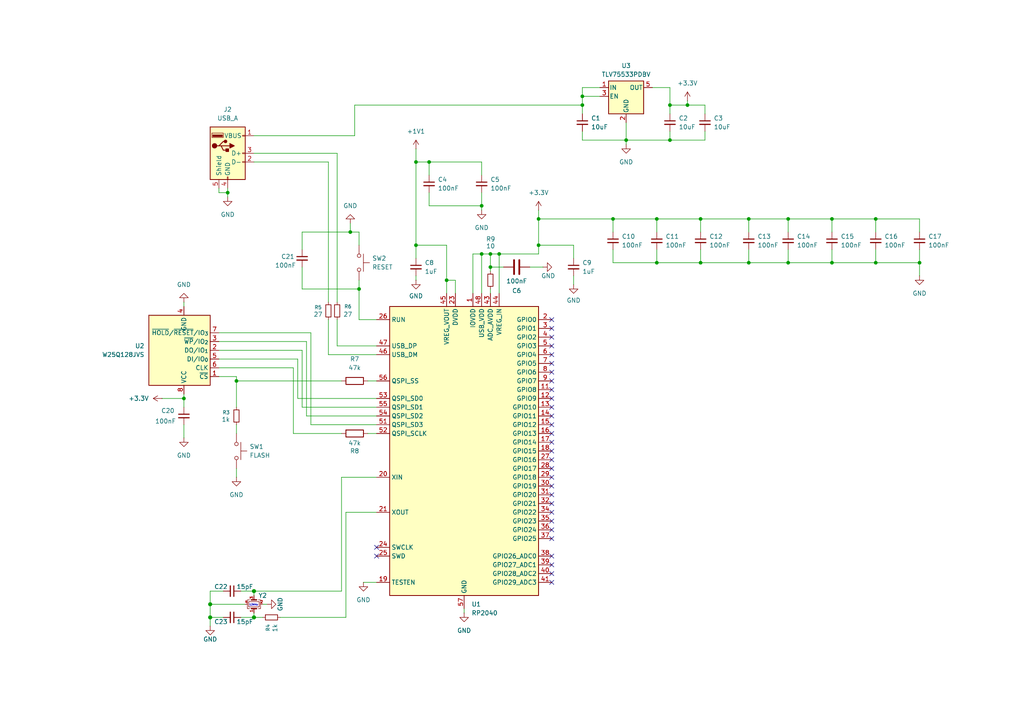
<source format=kicad_sch>
(kicad_sch
	(version 20250114)
	(generator "eeschema")
	(generator_version "9.0")
	(uuid "b78c19e3-bcbf-4030-adc3-f3b4e106f58f")
	(paper "A4")
	(title_block
		(date "2026-01-26")
	)
	(lib_symbols
		(symbol "Connector:USB_A"
			(pin_names
				(offset 1.016)
			)
			(exclude_from_sim no)
			(in_bom yes)
			(on_board yes)
			(property "Reference" "J"
				(at -5.08 11.43 0)
				(effects
					(font
						(size 1.27 1.27)
					)
					(justify left)
				)
			)
			(property "Value" "USB_A"
				(at -5.08 8.89 0)
				(effects
					(font
						(size 1.27 1.27)
					)
					(justify left)
				)
			)
			(property "Footprint" ""
				(at 3.81 -1.27 0)
				(effects
					(font
						(size 1.27 1.27)
					)
					(hide yes)
				)
			)
			(property "Datasheet" "~"
				(at 3.81 -1.27 0)
				(effects
					(font
						(size 1.27 1.27)
					)
					(hide yes)
				)
			)
			(property "Description" "USB Type A connector"
				(at 0 0 0)
				(effects
					(font
						(size 1.27 1.27)
					)
					(hide yes)
				)
			)
			(property "ki_keywords" "connector USB"
				(at 0 0 0)
				(effects
					(font
						(size 1.27 1.27)
					)
					(hide yes)
				)
			)
			(property "ki_fp_filters" "USB*"
				(at 0 0 0)
				(effects
					(font
						(size 1.27 1.27)
					)
					(hide yes)
				)
			)
			(symbol "USB_A_0_1"
				(rectangle
					(start -5.08 -7.62)
					(end 5.08 7.62)
					(stroke
						(width 0.254)
						(type default)
					)
					(fill
						(type background)
					)
				)
				(circle
					(center -3.81 2.159)
					(radius 0.635)
					(stroke
						(width 0.254)
						(type default)
					)
					(fill
						(type outline)
					)
				)
				(polyline
					(pts
						(xy -3.175 2.159) (xy -2.54 2.159) (xy -1.27 3.429) (xy -0.635 3.429)
					)
					(stroke
						(width 0.254)
						(type default)
					)
					(fill
						(type none)
					)
				)
				(polyline
					(pts
						(xy -2.54 2.159) (xy -1.905 2.159) (xy -1.27 0.889) (xy 0 0.889)
					)
					(stroke
						(width 0.254)
						(type default)
					)
					(fill
						(type none)
					)
				)
				(rectangle
					(start -1.524 4.826)
					(end -4.318 5.334)
					(stroke
						(width 0)
						(type default)
					)
					(fill
						(type outline)
					)
				)
				(rectangle
					(start -1.27 4.572)
					(end -4.572 5.842)
					(stroke
						(width 0)
						(type default)
					)
					(fill
						(type none)
					)
				)
				(circle
					(center -0.635 3.429)
					(radius 0.381)
					(stroke
						(width 0.254)
						(type default)
					)
					(fill
						(type outline)
					)
				)
				(rectangle
					(start -0.127 -7.62)
					(end 0.127 -6.858)
					(stroke
						(width 0)
						(type default)
					)
					(fill
						(type none)
					)
				)
				(rectangle
					(start 0.254 1.27)
					(end -0.508 0.508)
					(stroke
						(width 0.254)
						(type default)
					)
					(fill
						(type outline)
					)
				)
				(polyline
					(pts
						(xy 0.635 2.794) (xy 0.635 1.524) (xy 1.905 2.159) (xy 0.635 2.794)
					)
					(stroke
						(width 0.254)
						(type default)
					)
					(fill
						(type outline)
					)
				)
				(rectangle
					(start 5.08 4.953)
					(end 4.318 5.207)
					(stroke
						(width 0)
						(type default)
					)
					(fill
						(type none)
					)
				)
				(rectangle
					(start 5.08 -0.127)
					(end 4.318 0.127)
					(stroke
						(width 0)
						(type default)
					)
					(fill
						(type none)
					)
				)
				(rectangle
					(start 5.08 -2.667)
					(end 4.318 -2.413)
					(stroke
						(width 0)
						(type default)
					)
					(fill
						(type none)
					)
				)
			)
			(symbol "USB_A_1_1"
				(polyline
					(pts
						(xy -1.905 2.159) (xy 0.635 2.159)
					)
					(stroke
						(width 0.254)
						(type default)
					)
					(fill
						(type none)
					)
				)
				(pin passive line
					(at -2.54 -10.16 90)
					(length 2.54)
					(name "Shield"
						(effects
							(font
								(size 1.27 1.27)
							)
						)
					)
					(number "5"
						(effects
							(font
								(size 1.27 1.27)
							)
						)
					)
				)
				(pin power_in line
					(at 0 -10.16 90)
					(length 2.54)
					(name "GND"
						(effects
							(font
								(size 1.27 1.27)
							)
						)
					)
					(number "4"
						(effects
							(font
								(size 1.27 1.27)
							)
						)
					)
				)
				(pin power_in line
					(at 7.62 5.08 180)
					(length 2.54)
					(name "VBUS"
						(effects
							(font
								(size 1.27 1.27)
							)
						)
					)
					(number "1"
						(effects
							(font
								(size 1.27 1.27)
							)
						)
					)
				)
				(pin bidirectional line
					(at 7.62 0 180)
					(length 2.54)
					(name "D+"
						(effects
							(font
								(size 1.27 1.27)
							)
						)
					)
					(number "3"
						(effects
							(font
								(size 1.27 1.27)
							)
						)
					)
				)
				(pin bidirectional line
					(at 7.62 -2.54 180)
					(length 2.54)
					(name "D-"
						(effects
							(font
								(size 1.27 1.27)
							)
						)
					)
					(number "2"
						(effects
							(font
								(size 1.27 1.27)
							)
						)
					)
				)
			)
			(embedded_fonts no)
		)
		(symbol "Device:C"
			(pin_numbers
				(hide yes)
			)
			(pin_names
				(offset 0.254)
			)
			(exclude_from_sim no)
			(in_bom yes)
			(on_board yes)
			(property "Reference" "C"
				(at 0.635 2.54 0)
				(effects
					(font
						(size 1.27 1.27)
					)
					(justify left)
				)
			)
			(property "Value" "C"
				(at 0.635 -2.54 0)
				(effects
					(font
						(size 1.27 1.27)
					)
					(justify left)
				)
			)
			(property "Footprint" ""
				(at 0.9652 -3.81 0)
				(effects
					(font
						(size 1.27 1.27)
					)
					(hide yes)
				)
			)
			(property "Datasheet" "~"
				(at 0 0 0)
				(effects
					(font
						(size 1.27 1.27)
					)
					(hide yes)
				)
			)
			(property "Description" "Unpolarized capacitor"
				(at 0 0 0)
				(effects
					(font
						(size 1.27 1.27)
					)
					(hide yes)
				)
			)
			(property "ki_keywords" "cap capacitor"
				(at 0 0 0)
				(effects
					(font
						(size 1.27 1.27)
					)
					(hide yes)
				)
			)
			(property "ki_fp_filters" "C_*"
				(at 0 0 0)
				(effects
					(font
						(size 1.27 1.27)
					)
					(hide yes)
				)
			)
			(symbol "C_0_1"
				(polyline
					(pts
						(xy -2.032 0.762) (xy 2.032 0.762)
					)
					(stroke
						(width 0.508)
						(type default)
					)
					(fill
						(type none)
					)
				)
				(polyline
					(pts
						(xy -2.032 -0.762) (xy 2.032 -0.762)
					)
					(stroke
						(width 0.508)
						(type default)
					)
					(fill
						(type none)
					)
				)
			)
			(symbol "C_1_1"
				(pin passive line
					(at 0 3.81 270)
					(length 2.794)
					(name "~"
						(effects
							(font
								(size 1.27 1.27)
							)
						)
					)
					(number "1"
						(effects
							(font
								(size 1.27 1.27)
							)
						)
					)
				)
				(pin passive line
					(at 0 -3.81 90)
					(length 2.794)
					(name "~"
						(effects
							(font
								(size 1.27 1.27)
							)
						)
					)
					(number "2"
						(effects
							(font
								(size 1.27 1.27)
							)
						)
					)
				)
			)
			(embedded_fonts no)
		)
		(symbol "Device:C_Small"
			(pin_numbers
				(hide yes)
			)
			(pin_names
				(offset 0.254)
				(hide yes)
			)
			(exclude_from_sim no)
			(in_bom yes)
			(on_board yes)
			(property "Reference" "C"
				(at 0.254 1.778 0)
				(effects
					(font
						(size 1.27 1.27)
					)
					(justify left)
				)
			)
			(property "Value" "C_Small"
				(at 0.254 -2.032 0)
				(effects
					(font
						(size 1.27 1.27)
					)
					(justify left)
				)
			)
			(property "Footprint" ""
				(at 0 0 0)
				(effects
					(font
						(size 1.27 1.27)
					)
					(hide yes)
				)
			)
			(property "Datasheet" "~"
				(at 0 0 0)
				(effects
					(font
						(size 1.27 1.27)
					)
					(hide yes)
				)
			)
			(property "Description" "Unpolarized capacitor, small symbol"
				(at 0 0 0)
				(effects
					(font
						(size 1.27 1.27)
					)
					(hide yes)
				)
			)
			(property "ki_keywords" "capacitor cap"
				(at 0 0 0)
				(effects
					(font
						(size 1.27 1.27)
					)
					(hide yes)
				)
			)
			(property "ki_fp_filters" "C_*"
				(at 0 0 0)
				(effects
					(font
						(size 1.27 1.27)
					)
					(hide yes)
				)
			)
			(symbol "C_Small_0_1"
				(polyline
					(pts
						(xy -1.524 0.508) (xy 1.524 0.508)
					)
					(stroke
						(width 0.3048)
						(type default)
					)
					(fill
						(type none)
					)
				)
				(polyline
					(pts
						(xy -1.524 -0.508) (xy 1.524 -0.508)
					)
					(stroke
						(width 0.3302)
						(type default)
					)
					(fill
						(type none)
					)
				)
			)
			(symbol "C_Small_1_1"
				(pin passive line
					(at 0 2.54 270)
					(length 2.032)
					(name "~"
						(effects
							(font
								(size 1.27 1.27)
							)
						)
					)
					(number "1"
						(effects
							(font
								(size 1.27 1.27)
							)
						)
					)
				)
				(pin passive line
					(at 0 -2.54 90)
					(length 2.032)
					(name "~"
						(effects
							(font
								(size 1.27 1.27)
							)
						)
					)
					(number "2"
						(effects
							(font
								(size 1.27 1.27)
							)
						)
					)
				)
			)
			(embedded_fonts no)
		)
		(symbol "Device:Crystal_GND24_Small"
			(pin_names
				(offset 1.016)
				(hide yes)
			)
			(exclude_from_sim no)
			(in_bom yes)
			(on_board yes)
			(property "Reference" "Y"
				(at 1.27 4.445 0)
				(effects
					(font
						(size 1.27 1.27)
					)
					(justify left)
				)
			)
			(property "Value" "Crystal_GND24_Small"
				(at 1.27 2.54 0)
				(effects
					(font
						(size 1.27 1.27)
					)
					(justify left)
				)
			)
			(property "Footprint" ""
				(at 0 0 0)
				(effects
					(font
						(size 1.27 1.27)
					)
					(hide yes)
				)
			)
			(property "Datasheet" "~"
				(at 0 0 0)
				(effects
					(font
						(size 1.27 1.27)
					)
					(hide yes)
				)
			)
			(property "Description" "Four pin crystal, GND on pins 2 and 4, small symbol"
				(at 0 0 0)
				(effects
					(font
						(size 1.27 1.27)
					)
					(hide yes)
				)
			)
			(property "ki_keywords" "quartz ceramic resonator oscillator"
				(at 0 0 0)
				(effects
					(font
						(size 1.27 1.27)
					)
					(hide yes)
				)
			)
			(property "ki_fp_filters" "Crystal*"
				(at 0 0 0)
				(effects
					(font
						(size 1.27 1.27)
					)
					(hide yes)
				)
			)
			(symbol "Crystal_GND24_Small_0_1"
				(polyline
					(pts
						(xy -1.27 1.27) (xy -1.27 1.905) (xy 1.27 1.905) (xy 1.27 1.27)
					)
					(stroke
						(width 0)
						(type default)
					)
					(fill
						(type none)
					)
				)
				(polyline
					(pts
						(xy -1.27 -0.762) (xy -1.27 0.762)
					)
					(stroke
						(width 0.381)
						(type default)
					)
					(fill
						(type none)
					)
				)
				(polyline
					(pts
						(xy -1.27 -1.27) (xy -1.27 -1.905) (xy 1.27 -1.905) (xy 1.27 -1.27)
					)
					(stroke
						(width 0)
						(type default)
					)
					(fill
						(type none)
					)
				)
				(rectangle
					(start -0.762 -1.524)
					(end 0.762 1.524)
					(stroke
						(width 0)
						(type default)
					)
					(fill
						(type none)
					)
				)
				(polyline
					(pts
						(xy 1.27 -0.762) (xy 1.27 0.762)
					)
					(stroke
						(width 0.381)
						(type default)
					)
					(fill
						(type none)
					)
				)
			)
			(symbol "Crystal_GND24_Small_1_1"
				(pin passive line
					(at -2.54 0 0)
					(length 1.27)
					(name "1"
						(effects
							(font
								(size 1.27 1.27)
							)
						)
					)
					(number "1"
						(effects
							(font
								(size 0.762 0.762)
							)
						)
					)
				)
				(pin passive line
					(at 0 2.54 270)
					(length 0.635)
					(name "4"
						(effects
							(font
								(size 1.27 1.27)
							)
						)
					)
					(number "4"
						(effects
							(font
								(size 0.762 0.762)
							)
						)
					)
				)
				(pin passive line
					(at 0 -2.54 90)
					(length 0.635)
					(name "2"
						(effects
							(font
								(size 1.27 1.27)
							)
						)
					)
					(number "2"
						(effects
							(font
								(size 0.762 0.762)
							)
						)
					)
				)
				(pin passive line
					(at 2.54 0 180)
					(length 1.27)
					(name "3"
						(effects
							(font
								(size 1.27 1.27)
							)
						)
					)
					(number "3"
						(effects
							(font
								(size 0.762 0.762)
							)
						)
					)
				)
			)
			(embedded_fonts no)
		)
		(symbol "Device:R"
			(pin_numbers
				(hide yes)
			)
			(pin_names
				(offset 0)
			)
			(exclude_from_sim no)
			(in_bom yes)
			(on_board yes)
			(property "Reference" "R"
				(at 2.032 0 90)
				(effects
					(font
						(size 1.27 1.27)
					)
				)
			)
			(property "Value" "R"
				(at 0 0 90)
				(effects
					(font
						(size 1.27 1.27)
					)
				)
			)
			(property "Footprint" ""
				(at -1.778 0 90)
				(effects
					(font
						(size 1.27 1.27)
					)
					(hide yes)
				)
			)
			(property "Datasheet" "~"
				(at 0 0 0)
				(effects
					(font
						(size 1.27 1.27)
					)
					(hide yes)
				)
			)
			(property "Description" "Resistor"
				(at 0 0 0)
				(effects
					(font
						(size 1.27 1.27)
					)
					(hide yes)
				)
			)
			(property "ki_keywords" "R res resistor"
				(at 0 0 0)
				(effects
					(font
						(size 1.27 1.27)
					)
					(hide yes)
				)
			)
			(property "ki_fp_filters" "R_*"
				(at 0 0 0)
				(effects
					(font
						(size 1.27 1.27)
					)
					(hide yes)
				)
			)
			(symbol "R_0_1"
				(rectangle
					(start -1.016 -2.54)
					(end 1.016 2.54)
					(stroke
						(width 0.254)
						(type default)
					)
					(fill
						(type none)
					)
				)
			)
			(symbol "R_1_1"
				(pin passive line
					(at 0 3.81 270)
					(length 1.27)
					(name "~"
						(effects
							(font
								(size 1.27 1.27)
							)
						)
					)
					(number "1"
						(effects
							(font
								(size 1.27 1.27)
							)
						)
					)
				)
				(pin passive line
					(at 0 -3.81 90)
					(length 1.27)
					(name "~"
						(effects
							(font
								(size 1.27 1.27)
							)
						)
					)
					(number "2"
						(effects
							(font
								(size 1.27 1.27)
							)
						)
					)
				)
			)
			(embedded_fonts no)
		)
		(symbol "Device:R_Small"
			(pin_numbers
				(hide yes)
			)
			(pin_names
				(offset 0.254)
				(hide yes)
			)
			(exclude_from_sim no)
			(in_bom yes)
			(on_board yes)
			(property "Reference" "R"
				(at 0 0 90)
				(effects
					(font
						(size 1.016 1.016)
					)
				)
			)
			(property "Value" "R_Small"
				(at 1.778 0 90)
				(effects
					(font
						(size 1.27 1.27)
					)
				)
			)
			(property "Footprint" ""
				(at 0 0 0)
				(effects
					(font
						(size 1.27 1.27)
					)
					(hide yes)
				)
			)
			(property "Datasheet" "~"
				(at 0 0 0)
				(effects
					(font
						(size 1.27 1.27)
					)
					(hide yes)
				)
			)
			(property "Description" "Resistor, small symbol"
				(at 0 0 0)
				(effects
					(font
						(size 1.27 1.27)
					)
					(hide yes)
				)
			)
			(property "ki_keywords" "R resistor"
				(at 0 0 0)
				(effects
					(font
						(size 1.27 1.27)
					)
					(hide yes)
				)
			)
			(property "ki_fp_filters" "R_*"
				(at 0 0 0)
				(effects
					(font
						(size 1.27 1.27)
					)
					(hide yes)
				)
			)
			(symbol "R_Small_0_1"
				(rectangle
					(start -0.762 1.778)
					(end 0.762 -1.778)
					(stroke
						(width 0.2032)
						(type default)
					)
					(fill
						(type none)
					)
				)
			)
			(symbol "R_Small_1_1"
				(pin passive line
					(at 0 2.54 270)
					(length 0.762)
					(name "~"
						(effects
							(font
								(size 1.27 1.27)
							)
						)
					)
					(number "1"
						(effects
							(font
								(size 1.27 1.27)
							)
						)
					)
				)
				(pin passive line
					(at 0 -2.54 90)
					(length 0.762)
					(name "~"
						(effects
							(font
								(size 1.27 1.27)
							)
						)
					)
					(number "2"
						(effects
							(font
								(size 1.27 1.27)
							)
						)
					)
				)
			)
			(embedded_fonts no)
		)
		(symbol "MCU_RaspberryPi:RP2040"
			(exclude_from_sim no)
			(in_bom yes)
			(on_board yes)
			(property "Reference" "U"
				(at 17.78 45.72 0)
				(effects
					(font
						(size 1.27 1.27)
					)
				)
			)
			(property "Value" "RP2040"
				(at 17.78 43.18 0)
				(effects
					(font
						(size 1.27 1.27)
					)
				)
			)
			(property "Footprint" "Package_DFN_QFN:QFN-56-1EP_7x7mm_P0.4mm_EP3.2x3.2mm"
				(at 0 0 0)
				(effects
					(font
						(size 1.27 1.27)
					)
					(hide yes)
				)
			)
			(property "Datasheet" "https://datasheets.raspberrypi.com/rp2040/rp2040-datasheet.pdf"
				(at 0 0 0)
				(effects
					(font
						(size 1.27 1.27)
					)
					(hide yes)
				)
			)
			(property "Description" "A microcontroller by Raspberry Pi"
				(at 0 0 0)
				(effects
					(font
						(size 1.27 1.27)
					)
					(hide yes)
				)
			)
			(property "ki_keywords" "RP2040 ARM Cortex-M0+ USB"
				(at 0 0 0)
				(effects
					(font
						(size 1.27 1.27)
					)
					(hide yes)
				)
			)
			(property "ki_fp_filters" "QFN*1EP*7x7mm?P0.4mm*"
				(at 0 0 0)
				(effects
					(font
						(size 1.27 1.27)
					)
					(hide yes)
				)
			)
			(symbol "RP2040_0_1"
				(rectangle
					(start -21.59 41.91)
					(end 21.59 -41.91)
					(stroke
						(width 0.254)
						(type default)
					)
					(fill
						(type background)
					)
				)
			)
			(symbol "RP2040_1_1"
				(pin input line
					(at -25.4 38.1 0)
					(length 3.81)
					(name "RUN"
						(effects
							(font
								(size 1.27 1.27)
							)
						)
					)
					(number "26"
						(effects
							(font
								(size 1.27 1.27)
							)
						)
					)
				)
				(pin bidirectional line
					(at -25.4 30.48 0)
					(length 3.81)
					(name "USB_DP"
						(effects
							(font
								(size 1.27 1.27)
							)
						)
					)
					(number "47"
						(effects
							(font
								(size 1.27 1.27)
							)
						)
					)
				)
				(pin bidirectional line
					(at -25.4 27.94 0)
					(length 3.81)
					(name "USB_DM"
						(effects
							(font
								(size 1.27 1.27)
							)
						)
					)
					(number "46"
						(effects
							(font
								(size 1.27 1.27)
							)
						)
					)
				)
				(pin bidirectional line
					(at -25.4 20.32 0)
					(length 3.81)
					(name "QSPI_SS"
						(effects
							(font
								(size 1.27 1.27)
							)
						)
					)
					(number "56"
						(effects
							(font
								(size 1.27 1.27)
							)
						)
					)
				)
				(pin bidirectional line
					(at -25.4 15.24 0)
					(length 3.81)
					(name "QSPI_SD0"
						(effects
							(font
								(size 1.27 1.27)
							)
						)
					)
					(number "53"
						(effects
							(font
								(size 1.27 1.27)
							)
						)
					)
				)
				(pin bidirectional line
					(at -25.4 12.7 0)
					(length 3.81)
					(name "QSPI_SD1"
						(effects
							(font
								(size 1.27 1.27)
							)
						)
					)
					(number "55"
						(effects
							(font
								(size 1.27 1.27)
							)
						)
					)
				)
				(pin bidirectional line
					(at -25.4 10.16 0)
					(length 3.81)
					(name "QSPI_SD2"
						(effects
							(font
								(size 1.27 1.27)
							)
						)
					)
					(number "54"
						(effects
							(font
								(size 1.27 1.27)
							)
						)
					)
				)
				(pin bidirectional line
					(at -25.4 7.62 0)
					(length 3.81)
					(name "QSPI_SD3"
						(effects
							(font
								(size 1.27 1.27)
							)
						)
					)
					(number "51"
						(effects
							(font
								(size 1.27 1.27)
							)
						)
					)
				)
				(pin output line
					(at -25.4 5.08 0)
					(length 3.81)
					(name "QSPI_SCLK"
						(effects
							(font
								(size 1.27 1.27)
							)
						)
					)
					(number "52"
						(effects
							(font
								(size 1.27 1.27)
							)
						)
					)
				)
				(pin input line
					(at -25.4 -7.62 0)
					(length 3.81)
					(name "XIN"
						(effects
							(font
								(size 1.27 1.27)
							)
						)
					)
					(number "20"
						(effects
							(font
								(size 1.27 1.27)
							)
						)
					)
				)
				(pin passive line
					(at -25.4 -17.78 0)
					(length 3.81)
					(name "XOUT"
						(effects
							(font
								(size 1.27 1.27)
							)
						)
					)
					(number "21"
						(effects
							(font
								(size 1.27 1.27)
							)
						)
					)
				)
				(pin input line
					(at -25.4 -27.94 0)
					(length 3.81)
					(name "SWCLK"
						(effects
							(font
								(size 1.27 1.27)
							)
						)
					)
					(number "24"
						(effects
							(font
								(size 1.27 1.27)
							)
						)
					)
				)
				(pin bidirectional line
					(at -25.4 -30.48 0)
					(length 3.81)
					(name "SWD"
						(effects
							(font
								(size 1.27 1.27)
							)
						)
					)
					(number "25"
						(effects
							(font
								(size 1.27 1.27)
							)
						)
					)
				)
				(pin input line
					(at -25.4 -38.1 0)
					(length 3.81)
					(name "TESTEN"
						(effects
							(font
								(size 1.27 1.27)
							)
						)
					)
					(number "19"
						(effects
							(font
								(size 1.27 1.27)
							)
						)
					)
				)
				(pin power_out line
					(at -5.08 45.72 270)
					(length 3.81)
					(name "VREG_VOUT"
						(effects
							(font
								(size 1.27 1.27)
							)
						)
					)
					(number "45"
						(effects
							(font
								(size 1.27 1.27)
							)
						)
					)
				)
				(pin power_in line
					(at -2.54 45.72 270)
					(length 3.81)
					(name "DVDD"
						(effects
							(font
								(size 1.27 1.27)
							)
						)
					)
					(number "23"
						(effects
							(font
								(size 1.27 1.27)
							)
						)
					)
				)
				(pin passive line
					(at -2.54 45.72 270)
					(length 3.81)
					(hide yes)
					(name "DVDD"
						(effects
							(font
								(size 1.27 1.27)
							)
						)
					)
					(number "50"
						(effects
							(font
								(size 1.27 1.27)
							)
						)
					)
				)
				(pin power_in line
					(at 0 -45.72 90)
					(length 3.81)
					(name "GND"
						(effects
							(font
								(size 1.27 1.27)
							)
						)
					)
					(number "57"
						(effects
							(font
								(size 1.27 1.27)
							)
						)
					)
				)
				(pin power_in line
					(at 2.54 45.72 270)
					(length 3.81)
					(name "IOVDD"
						(effects
							(font
								(size 1.27 1.27)
							)
						)
					)
					(number "1"
						(effects
							(font
								(size 1.27 1.27)
							)
						)
					)
				)
				(pin passive line
					(at 2.54 45.72 270)
					(length 3.81)
					(hide yes)
					(name "IOVDD"
						(effects
							(font
								(size 1.27 1.27)
							)
						)
					)
					(number "10"
						(effects
							(font
								(size 1.27 1.27)
							)
						)
					)
				)
				(pin passive line
					(at 2.54 45.72 270)
					(length 3.81)
					(hide yes)
					(name "IOVDD"
						(effects
							(font
								(size 1.27 1.27)
							)
						)
					)
					(number "22"
						(effects
							(font
								(size 1.27 1.27)
							)
						)
					)
				)
				(pin passive line
					(at 2.54 45.72 270)
					(length 3.81)
					(hide yes)
					(name "IOVDD"
						(effects
							(font
								(size 1.27 1.27)
							)
						)
					)
					(number "33"
						(effects
							(font
								(size 1.27 1.27)
							)
						)
					)
				)
				(pin passive line
					(at 2.54 45.72 270)
					(length 3.81)
					(hide yes)
					(name "IOVDD"
						(effects
							(font
								(size 1.27 1.27)
							)
						)
					)
					(number "42"
						(effects
							(font
								(size 1.27 1.27)
							)
						)
					)
				)
				(pin passive line
					(at 2.54 45.72 270)
					(length 3.81)
					(hide yes)
					(name "IOVDD"
						(effects
							(font
								(size 1.27 1.27)
							)
						)
					)
					(number "49"
						(effects
							(font
								(size 1.27 1.27)
							)
						)
					)
				)
				(pin power_in line
					(at 5.08 45.72 270)
					(length 3.81)
					(name "USB_VDD"
						(effects
							(font
								(size 1.27 1.27)
							)
						)
					)
					(number "48"
						(effects
							(font
								(size 1.27 1.27)
							)
						)
					)
				)
				(pin power_in line
					(at 7.62 45.72 270)
					(length 3.81)
					(name "ADC_AVDD"
						(effects
							(font
								(size 1.27 1.27)
							)
						)
					)
					(number "43"
						(effects
							(font
								(size 1.27 1.27)
							)
						)
					)
				)
				(pin power_in line
					(at 10.16 45.72 270)
					(length 3.81)
					(name "VREG_IN"
						(effects
							(font
								(size 1.27 1.27)
							)
						)
					)
					(number "44"
						(effects
							(font
								(size 1.27 1.27)
							)
						)
					)
				)
				(pin bidirectional line
					(at 25.4 38.1 180)
					(length 3.81)
					(name "GPIO0"
						(effects
							(font
								(size 1.27 1.27)
							)
						)
					)
					(number "2"
						(effects
							(font
								(size 1.27 1.27)
							)
						)
					)
				)
				(pin bidirectional line
					(at 25.4 35.56 180)
					(length 3.81)
					(name "GPIO1"
						(effects
							(font
								(size 1.27 1.27)
							)
						)
					)
					(number "3"
						(effects
							(font
								(size 1.27 1.27)
							)
						)
					)
				)
				(pin bidirectional line
					(at 25.4 33.02 180)
					(length 3.81)
					(name "GPIO2"
						(effects
							(font
								(size 1.27 1.27)
							)
						)
					)
					(number "4"
						(effects
							(font
								(size 1.27 1.27)
							)
						)
					)
				)
				(pin bidirectional line
					(at 25.4 30.48 180)
					(length 3.81)
					(name "GPIO3"
						(effects
							(font
								(size 1.27 1.27)
							)
						)
					)
					(number "5"
						(effects
							(font
								(size 1.27 1.27)
							)
						)
					)
				)
				(pin bidirectional line
					(at 25.4 27.94 180)
					(length 3.81)
					(name "GPIO4"
						(effects
							(font
								(size 1.27 1.27)
							)
						)
					)
					(number "6"
						(effects
							(font
								(size 1.27 1.27)
							)
						)
					)
				)
				(pin bidirectional line
					(at 25.4 25.4 180)
					(length 3.81)
					(name "GPIO5"
						(effects
							(font
								(size 1.27 1.27)
							)
						)
					)
					(number "7"
						(effects
							(font
								(size 1.27 1.27)
							)
						)
					)
				)
				(pin bidirectional line
					(at 25.4 22.86 180)
					(length 3.81)
					(name "GPIO6"
						(effects
							(font
								(size 1.27 1.27)
							)
						)
					)
					(number "8"
						(effects
							(font
								(size 1.27 1.27)
							)
						)
					)
				)
				(pin bidirectional line
					(at 25.4 20.32 180)
					(length 3.81)
					(name "GPIO7"
						(effects
							(font
								(size 1.27 1.27)
							)
						)
					)
					(number "9"
						(effects
							(font
								(size 1.27 1.27)
							)
						)
					)
				)
				(pin bidirectional line
					(at 25.4 17.78 180)
					(length 3.81)
					(name "GPIO8"
						(effects
							(font
								(size 1.27 1.27)
							)
						)
					)
					(number "11"
						(effects
							(font
								(size 1.27 1.27)
							)
						)
					)
				)
				(pin bidirectional line
					(at 25.4 15.24 180)
					(length 3.81)
					(name "GPIO9"
						(effects
							(font
								(size 1.27 1.27)
							)
						)
					)
					(number "12"
						(effects
							(font
								(size 1.27 1.27)
							)
						)
					)
				)
				(pin bidirectional line
					(at 25.4 12.7 180)
					(length 3.81)
					(name "GPIO10"
						(effects
							(font
								(size 1.27 1.27)
							)
						)
					)
					(number "13"
						(effects
							(font
								(size 1.27 1.27)
							)
						)
					)
				)
				(pin bidirectional line
					(at 25.4 10.16 180)
					(length 3.81)
					(name "GPIO11"
						(effects
							(font
								(size 1.27 1.27)
							)
						)
					)
					(number "14"
						(effects
							(font
								(size 1.27 1.27)
							)
						)
					)
				)
				(pin bidirectional line
					(at 25.4 7.62 180)
					(length 3.81)
					(name "GPIO12"
						(effects
							(font
								(size 1.27 1.27)
							)
						)
					)
					(number "15"
						(effects
							(font
								(size 1.27 1.27)
							)
						)
					)
				)
				(pin bidirectional line
					(at 25.4 5.08 180)
					(length 3.81)
					(name "GPIO13"
						(effects
							(font
								(size 1.27 1.27)
							)
						)
					)
					(number "16"
						(effects
							(font
								(size 1.27 1.27)
							)
						)
					)
				)
				(pin bidirectional line
					(at 25.4 2.54 180)
					(length 3.81)
					(name "GPIO14"
						(effects
							(font
								(size 1.27 1.27)
							)
						)
					)
					(number "17"
						(effects
							(font
								(size 1.27 1.27)
							)
						)
					)
				)
				(pin bidirectional line
					(at 25.4 0 180)
					(length 3.81)
					(name "GPIO15"
						(effects
							(font
								(size 1.27 1.27)
							)
						)
					)
					(number "18"
						(effects
							(font
								(size 1.27 1.27)
							)
						)
					)
				)
				(pin bidirectional line
					(at 25.4 -2.54 180)
					(length 3.81)
					(name "GPIO16"
						(effects
							(font
								(size 1.27 1.27)
							)
						)
					)
					(number "27"
						(effects
							(font
								(size 1.27 1.27)
							)
						)
					)
				)
				(pin bidirectional line
					(at 25.4 -5.08 180)
					(length 3.81)
					(name "GPIO17"
						(effects
							(font
								(size 1.27 1.27)
							)
						)
					)
					(number "28"
						(effects
							(font
								(size 1.27 1.27)
							)
						)
					)
				)
				(pin bidirectional line
					(at 25.4 -7.62 180)
					(length 3.81)
					(name "GPIO18"
						(effects
							(font
								(size 1.27 1.27)
							)
						)
					)
					(number "29"
						(effects
							(font
								(size 1.27 1.27)
							)
						)
					)
				)
				(pin bidirectional line
					(at 25.4 -10.16 180)
					(length 3.81)
					(name "GPIO19"
						(effects
							(font
								(size 1.27 1.27)
							)
						)
					)
					(number "30"
						(effects
							(font
								(size 1.27 1.27)
							)
						)
					)
				)
				(pin bidirectional line
					(at 25.4 -12.7 180)
					(length 3.81)
					(name "GPIO20"
						(effects
							(font
								(size 1.27 1.27)
							)
						)
					)
					(number "31"
						(effects
							(font
								(size 1.27 1.27)
							)
						)
					)
				)
				(pin bidirectional line
					(at 25.4 -15.24 180)
					(length 3.81)
					(name "GPIO21"
						(effects
							(font
								(size 1.27 1.27)
							)
						)
					)
					(number "32"
						(effects
							(font
								(size 1.27 1.27)
							)
						)
					)
				)
				(pin bidirectional line
					(at 25.4 -17.78 180)
					(length 3.81)
					(name "GPIO22"
						(effects
							(font
								(size 1.27 1.27)
							)
						)
					)
					(number "34"
						(effects
							(font
								(size 1.27 1.27)
							)
						)
					)
				)
				(pin bidirectional line
					(at 25.4 -20.32 180)
					(length 3.81)
					(name "GPIO23"
						(effects
							(font
								(size 1.27 1.27)
							)
						)
					)
					(number "35"
						(effects
							(font
								(size 1.27 1.27)
							)
						)
					)
				)
				(pin bidirectional line
					(at 25.4 -22.86 180)
					(length 3.81)
					(name "GPIO24"
						(effects
							(font
								(size 1.27 1.27)
							)
						)
					)
					(number "36"
						(effects
							(font
								(size 1.27 1.27)
							)
						)
					)
				)
				(pin bidirectional line
					(at 25.4 -25.4 180)
					(length 3.81)
					(name "GPIO25"
						(effects
							(font
								(size 1.27 1.27)
							)
						)
					)
					(number "37"
						(effects
							(font
								(size 1.27 1.27)
							)
						)
					)
				)
				(pin bidirectional line
					(at 25.4 -30.48 180)
					(length 3.81)
					(name "GPIO26_ADC0"
						(effects
							(font
								(size 1.27 1.27)
							)
						)
					)
					(number "38"
						(effects
							(font
								(size 1.27 1.27)
							)
						)
					)
				)
				(pin bidirectional line
					(at 25.4 -33.02 180)
					(length 3.81)
					(name "GPIO27_ADC1"
						(effects
							(font
								(size 1.27 1.27)
							)
						)
					)
					(number "39"
						(effects
							(font
								(size 1.27 1.27)
							)
						)
					)
				)
				(pin bidirectional line
					(at 25.4 -35.56 180)
					(length 3.81)
					(name "GPIO28_ADC2"
						(effects
							(font
								(size 1.27 1.27)
							)
						)
					)
					(number "40"
						(effects
							(font
								(size 1.27 1.27)
							)
						)
					)
				)
				(pin bidirectional line
					(at 25.4 -38.1 180)
					(length 3.81)
					(name "GPIO29_ADC3"
						(effects
							(font
								(size 1.27 1.27)
							)
						)
					)
					(number "41"
						(effects
							(font
								(size 1.27 1.27)
							)
						)
					)
				)
			)
			(embedded_fonts no)
		)
		(symbol "Memory_Flash:W25Q32JVSS"
			(exclude_from_sim no)
			(in_bom yes)
			(on_board yes)
			(property "Reference" "U"
				(at -6.35 11.43 0)
				(effects
					(font
						(size 1.27 1.27)
					)
				)
			)
			(property "Value" "W25Q32JVSS"
				(at 7.62 11.43 0)
				(effects
					(font
						(size 1.27 1.27)
					)
				)
			)
			(property "Footprint" "Package_SO:SOIC-8_5.3x5.3mm_P1.27mm"
				(at 0 0 0)
				(effects
					(font
						(size 1.27 1.27)
					)
					(hide yes)
				)
			)
			(property "Datasheet" "http://www.winbond.com/resource-files/w25q32jv%20revg%2003272018%20plus.pdf"
				(at 0 0 0)
				(effects
					(font
						(size 1.27 1.27)
					)
					(hide yes)
				)
			)
			(property "Description" "32Mbit / 4MiB Serial Flash Memory, Standard/Dual/Quad SPI, 2.7-3.6V, SOIC-8 (208 mil)"
				(at 0 0 0)
				(effects
					(font
						(size 1.27 1.27)
					)
					(hide yes)
				)
			)
			(property "ki_keywords" "flash memory SPI"
				(at 0 0 0)
				(effects
					(font
						(size 1.27 1.27)
					)
					(hide yes)
				)
			)
			(property "ki_fp_filters" "*SOIC*5.3x5.3mm*P1.27mm*"
				(at 0 0 0)
				(effects
					(font
						(size 1.27 1.27)
					)
					(hide yes)
				)
			)
			(symbol "W25Q32JVSS_0_1"
				(rectangle
					(start -7.62 10.16)
					(end 10.16 -10.16)
					(stroke
						(width 0.254)
						(type default)
					)
					(fill
						(type background)
					)
				)
			)
			(symbol "W25Q32JVSS_1_1"
				(pin input line
					(at -10.16 7.62 0)
					(length 2.54)
					(name "~{CS}"
						(effects
							(font
								(size 1.27 1.27)
							)
						)
					)
					(number "1"
						(effects
							(font
								(size 1.27 1.27)
							)
						)
					)
				)
				(pin input line
					(at -10.16 5.08 0)
					(length 2.54)
					(name "CLK"
						(effects
							(font
								(size 1.27 1.27)
							)
						)
					)
					(number "6"
						(effects
							(font
								(size 1.27 1.27)
							)
						)
					)
				)
				(pin bidirectional line
					(at -10.16 2.54 0)
					(length 2.54)
					(name "DI/IO_{0}"
						(effects
							(font
								(size 1.27 1.27)
							)
						)
					)
					(number "5"
						(effects
							(font
								(size 1.27 1.27)
							)
						)
					)
				)
				(pin bidirectional line
					(at -10.16 0 0)
					(length 2.54)
					(name "DO/IO_{1}"
						(effects
							(font
								(size 1.27 1.27)
							)
						)
					)
					(number "2"
						(effects
							(font
								(size 1.27 1.27)
							)
						)
					)
				)
				(pin bidirectional line
					(at -10.16 -2.54 0)
					(length 2.54)
					(name "~{WP}/IO_{2}"
						(effects
							(font
								(size 1.27 1.27)
							)
						)
					)
					(number "3"
						(effects
							(font
								(size 1.27 1.27)
							)
						)
					)
				)
				(pin bidirectional line
					(at -10.16 -5.08 0)
					(length 2.54)
					(name "~{HOLD}/~{RESET}/IO_{3}"
						(effects
							(font
								(size 1.27 1.27)
							)
						)
					)
					(number "7"
						(effects
							(font
								(size 1.27 1.27)
							)
						)
					)
				)
				(pin power_in line
					(at 0 12.7 270)
					(length 2.54)
					(name "VCC"
						(effects
							(font
								(size 1.27 1.27)
							)
						)
					)
					(number "8"
						(effects
							(font
								(size 1.27 1.27)
							)
						)
					)
				)
				(pin power_in line
					(at 0 -12.7 90)
					(length 2.54)
					(name "GND"
						(effects
							(font
								(size 1.27 1.27)
							)
						)
					)
					(number "4"
						(effects
							(font
								(size 1.27 1.27)
							)
						)
					)
				)
			)
			(embedded_fonts no)
		)
		(symbol "Regulator_Linear:TLV75533PDBV"
			(pin_names
				(offset 0.254)
			)
			(exclude_from_sim no)
			(in_bom yes)
			(on_board yes)
			(property "Reference" "U"
				(at -3.81 5.715 0)
				(effects
					(font
						(size 1.27 1.27)
					)
				)
			)
			(property "Value" "TLV75533PDBV"
				(at 0 5.715 0)
				(effects
					(font
						(size 1.27 1.27)
					)
					(justify left)
				)
			)
			(property "Footprint" "Package_TO_SOT_SMD:SOT-23-5"
				(at 0 8.255 0)
				(effects
					(font
						(size 1.27 1.27)
						(italic yes)
					)
					(hide yes)
				)
			)
			(property "Datasheet" "http://www.ti.com/lit/ds/symlink/tlv755p.pdf"
				(at 0 1.27 0)
				(effects
					(font
						(size 1.27 1.27)
					)
					(hide yes)
				)
			)
			(property "Description" "500mA Low Dropout Voltage Regulator, Fixed Output 3.3V, SOT-23-5"
				(at 0 0 0)
				(effects
					(font
						(size 1.27 1.27)
					)
					(hide yes)
				)
			)
			(property "ki_keywords" "LDO Regulator Fixed Positive"
				(at 0 0 0)
				(effects
					(font
						(size 1.27 1.27)
					)
					(hide yes)
				)
			)
			(property "ki_fp_filters" "SOT?23*"
				(at 0 0 0)
				(effects
					(font
						(size 1.27 1.27)
					)
					(hide yes)
				)
			)
			(symbol "TLV75533PDBV_0_1"
				(rectangle
					(start -5.08 4.445)
					(end 5.08 -5.08)
					(stroke
						(width 0.254)
						(type default)
					)
					(fill
						(type background)
					)
				)
			)
			(symbol "TLV75533PDBV_1_1"
				(pin power_in line
					(at -7.62 2.54 0)
					(length 2.54)
					(name "IN"
						(effects
							(font
								(size 1.27 1.27)
							)
						)
					)
					(number "1"
						(effects
							(font
								(size 1.27 1.27)
							)
						)
					)
				)
				(pin input line
					(at -7.62 0 0)
					(length 2.54)
					(name "EN"
						(effects
							(font
								(size 1.27 1.27)
							)
						)
					)
					(number "3"
						(effects
							(font
								(size 1.27 1.27)
							)
						)
					)
				)
				(pin power_in line
					(at 0 -7.62 90)
					(length 2.54)
					(name "GND"
						(effects
							(font
								(size 1.27 1.27)
							)
						)
					)
					(number "2"
						(effects
							(font
								(size 1.27 1.27)
							)
						)
					)
				)
				(pin no_connect line
					(at 5.08 0 180)
					(length 2.54)
					(hide yes)
					(name "NC"
						(effects
							(font
								(size 1.27 1.27)
							)
						)
					)
					(number "4"
						(effects
							(font
								(size 1.27 1.27)
							)
						)
					)
				)
				(pin power_out line
					(at 7.62 2.54 180)
					(length 2.54)
					(name "OUT"
						(effects
							(font
								(size 1.27 1.27)
							)
						)
					)
					(number "5"
						(effects
							(font
								(size 1.27 1.27)
							)
						)
					)
				)
			)
			(embedded_fonts no)
		)
		(symbol "Switch:SW_Push"
			(pin_numbers
				(hide yes)
			)
			(pin_names
				(offset 1.016)
				(hide yes)
			)
			(exclude_from_sim no)
			(in_bom yes)
			(on_board yes)
			(property "Reference" "SW"
				(at 1.27 2.54 0)
				(effects
					(font
						(size 1.27 1.27)
					)
					(justify left)
				)
			)
			(property "Value" "SW_Push"
				(at 0 -1.524 0)
				(effects
					(font
						(size 1.27 1.27)
					)
				)
			)
			(property "Footprint" ""
				(at 0 5.08 0)
				(effects
					(font
						(size 1.27 1.27)
					)
					(hide yes)
				)
			)
			(property "Datasheet" "~"
				(at 0 5.08 0)
				(effects
					(font
						(size 1.27 1.27)
					)
					(hide yes)
				)
			)
			(property "Description" "Push button switch, generic, two pins"
				(at 0 0 0)
				(effects
					(font
						(size 1.27 1.27)
					)
					(hide yes)
				)
			)
			(property "ki_keywords" "switch normally-open pushbutton push-button"
				(at 0 0 0)
				(effects
					(font
						(size 1.27 1.27)
					)
					(hide yes)
				)
			)
			(symbol "SW_Push_0_1"
				(circle
					(center -2.032 0)
					(radius 0.508)
					(stroke
						(width 0)
						(type default)
					)
					(fill
						(type none)
					)
				)
				(polyline
					(pts
						(xy 0 1.27) (xy 0 3.048)
					)
					(stroke
						(width 0)
						(type default)
					)
					(fill
						(type none)
					)
				)
				(circle
					(center 2.032 0)
					(radius 0.508)
					(stroke
						(width 0)
						(type default)
					)
					(fill
						(type none)
					)
				)
				(polyline
					(pts
						(xy 2.54 1.27) (xy -2.54 1.27)
					)
					(stroke
						(width 0)
						(type default)
					)
					(fill
						(type none)
					)
				)
				(pin passive line
					(at -5.08 0 0)
					(length 2.54)
					(name "1"
						(effects
							(font
								(size 1.27 1.27)
							)
						)
					)
					(number "1"
						(effects
							(font
								(size 1.27 1.27)
							)
						)
					)
				)
				(pin passive line
					(at 5.08 0 180)
					(length 2.54)
					(name "2"
						(effects
							(font
								(size 1.27 1.27)
							)
						)
					)
					(number "2"
						(effects
							(font
								(size 1.27 1.27)
							)
						)
					)
				)
			)
			(embedded_fonts no)
		)
		(symbol "power:+1V1"
			(power)
			(pin_numbers
				(hide yes)
			)
			(pin_names
				(offset 0)
				(hide yes)
			)
			(exclude_from_sim no)
			(in_bom yes)
			(on_board yes)
			(property "Reference" "#PWR"
				(at 0 -3.81 0)
				(effects
					(font
						(size 1.27 1.27)
					)
					(hide yes)
				)
			)
			(property "Value" "+1V1"
				(at 0 3.556 0)
				(effects
					(font
						(size 1.27 1.27)
					)
				)
			)
			(property "Footprint" ""
				(at 0 0 0)
				(effects
					(font
						(size 1.27 1.27)
					)
					(hide yes)
				)
			)
			(property "Datasheet" ""
				(at 0 0 0)
				(effects
					(font
						(size 1.27 1.27)
					)
					(hide yes)
				)
			)
			(property "Description" "Power symbol creates a global label with name \"+1V1\""
				(at 0 0 0)
				(effects
					(font
						(size 1.27 1.27)
					)
					(hide yes)
				)
			)
			(property "ki_keywords" "global power"
				(at 0 0 0)
				(effects
					(font
						(size 1.27 1.27)
					)
					(hide yes)
				)
			)
			(symbol "+1V1_0_1"
				(polyline
					(pts
						(xy -0.762 1.27) (xy 0 2.54)
					)
					(stroke
						(width 0)
						(type default)
					)
					(fill
						(type none)
					)
				)
				(polyline
					(pts
						(xy 0 2.54) (xy 0.762 1.27)
					)
					(stroke
						(width 0)
						(type default)
					)
					(fill
						(type none)
					)
				)
				(polyline
					(pts
						(xy 0 0) (xy 0 2.54)
					)
					(stroke
						(width 0)
						(type default)
					)
					(fill
						(type none)
					)
				)
			)
			(symbol "+1V1_1_1"
				(pin power_in line
					(at 0 0 90)
					(length 0)
					(name "~"
						(effects
							(font
								(size 1.27 1.27)
							)
						)
					)
					(number "1"
						(effects
							(font
								(size 1.27 1.27)
							)
						)
					)
				)
			)
			(embedded_fonts no)
		)
		(symbol "power:+3.3V"
			(power)
			(pin_numbers
				(hide yes)
			)
			(pin_names
				(offset 0)
				(hide yes)
			)
			(exclude_from_sim no)
			(in_bom yes)
			(on_board yes)
			(property "Reference" "#PWR"
				(at 0 -3.81 0)
				(effects
					(font
						(size 1.27 1.27)
					)
					(hide yes)
				)
			)
			(property "Value" "+3.3V"
				(at 0 3.556 0)
				(effects
					(font
						(size 1.27 1.27)
					)
				)
			)
			(property "Footprint" ""
				(at 0 0 0)
				(effects
					(font
						(size 1.27 1.27)
					)
					(hide yes)
				)
			)
			(property "Datasheet" ""
				(at 0 0 0)
				(effects
					(font
						(size 1.27 1.27)
					)
					(hide yes)
				)
			)
			(property "Description" "Power symbol creates a global label with name \"+3.3V\""
				(at 0 0 0)
				(effects
					(font
						(size 1.27 1.27)
					)
					(hide yes)
				)
			)
			(property "ki_keywords" "global power"
				(at 0 0 0)
				(effects
					(font
						(size 1.27 1.27)
					)
					(hide yes)
				)
			)
			(symbol "+3.3V_0_1"
				(polyline
					(pts
						(xy -0.762 1.27) (xy 0 2.54)
					)
					(stroke
						(width 0)
						(type default)
					)
					(fill
						(type none)
					)
				)
				(polyline
					(pts
						(xy 0 2.54) (xy 0.762 1.27)
					)
					(stroke
						(width 0)
						(type default)
					)
					(fill
						(type none)
					)
				)
				(polyline
					(pts
						(xy 0 0) (xy 0 2.54)
					)
					(stroke
						(width 0)
						(type default)
					)
					(fill
						(type none)
					)
				)
			)
			(symbol "+3.3V_1_1"
				(pin power_in line
					(at 0 0 90)
					(length 0)
					(name "~"
						(effects
							(font
								(size 1.27 1.27)
							)
						)
					)
					(number "1"
						(effects
							(font
								(size 1.27 1.27)
							)
						)
					)
				)
			)
			(embedded_fonts no)
		)
		(symbol "power:GND"
			(power)
			(pin_numbers
				(hide yes)
			)
			(pin_names
				(offset 0)
				(hide yes)
			)
			(exclude_from_sim no)
			(in_bom yes)
			(on_board yes)
			(property "Reference" "#PWR"
				(at 0 -6.35 0)
				(effects
					(font
						(size 1.27 1.27)
					)
					(hide yes)
				)
			)
			(property "Value" "GND"
				(at 0 -3.81 0)
				(effects
					(font
						(size 1.27 1.27)
					)
				)
			)
			(property "Footprint" ""
				(at 0 0 0)
				(effects
					(font
						(size 1.27 1.27)
					)
					(hide yes)
				)
			)
			(property "Datasheet" ""
				(at 0 0 0)
				(effects
					(font
						(size 1.27 1.27)
					)
					(hide yes)
				)
			)
			(property "Description" "Power symbol creates a global label with name \"GND\" , ground"
				(at 0 0 0)
				(effects
					(font
						(size 1.27 1.27)
					)
					(hide yes)
				)
			)
			(property "ki_keywords" "global power"
				(at 0 0 0)
				(effects
					(font
						(size 1.27 1.27)
					)
					(hide yes)
				)
			)
			(symbol "GND_0_1"
				(polyline
					(pts
						(xy 0 0) (xy 0 -1.27) (xy 1.27 -1.27) (xy 0 -2.54) (xy -1.27 -1.27) (xy 0 -1.27)
					)
					(stroke
						(width 0)
						(type default)
					)
					(fill
						(type none)
					)
				)
			)
			(symbol "GND_1_1"
				(pin power_in line
					(at 0 0 270)
					(length 0)
					(name "~"
						(effects
							(font
								(size 1.27 1.27)
							)
						)
					)
					(number "1"
						(effects
							(font
								(size 1.27 1.27)
							)
						)
					)
				)
			)
			(embedded_fonts no)
		)
	)
	(text "12MHz"
		(exclude_from_sim no)
		(at 74.93 175.895 0)
		(effects
			(font
				(size 0.508 0.508)
			)
			(justify right bottom)
		)
		(uuid "f1ab61f2-5654-4dcf-a7a2-b0a2bd9bbe89")
	)
	(junction
		(at 181.61 40.64)
		(diameter 0)
		(color 0 0 0 0)
		(uuid "036fcf33-a6b5-42fb-85b3-b385e65a9012")
	)
	(junction
		(at 66.04 55.88)
		(diameter 0)
		(color 0 0 0 0)
		(uuid "063b9745-1c53-4e2e-98d9-a3ed997a70f3")
	)
	(junction
		(at 190.5 76.2)
		(diameter 0)
		(color 0 0 0 0)
		(uuid "08ada4d7-1670-46c0-bc68-9d53daca06d5")
	)
	(junction
		(at 120.65 46.99)
		(diameter 0)
		(color 0 0 0 0)
		(uuid "0d988b9c-f1f1-4dc5-bed1-5a65c41763cd")
	)
	(junction
		(at 203.2 63.5)
		(diameter 0)
		(color 0 0 0 0)
		(uuid "11cfbcd7-f53a-4336-89e5-b0c3c68ebe8e")
	)
	(junction
		(at 177.8 63.5)
		(diameter 0)
		(color 0 0 0 0)
		(uuid "13b9a020-d358-4f23-9ef8-648b393179c6")
	)
	(junction
		(at 124.46 46.99)
		(diameter 0)
		(color 0 0 0 0)
		(uuid "19499d51-bca2-46e6-a2b0-cc5a37747e5d")
	)
	(junction
		(at 228.6 63.5)
		(diameter 0)
		(color 0 0 0 0)
		(uuid "1972c986-1eee-4363-b962-2d8bbe47eddb")
	)
	(junction
		(at 266.7 76.2)
		(diameter 0)
		(color 0 0 0 0)
		(uuid "241789bc-2ed3-4894-9af8-a3a5310e0945")
	)
	(junction
		(at 168.91 30.48)
		(diameter 0)
		(color 0 0 0 0)
		(uuid "2b6fb78c-2fc7-4657-8537-d18049388c5c")
	)
	(junction
		(at 60.96 179.07)
		(diameter 1.016)
		(color 0 0 0 0)
		(uuid "2bb09d02-c035-4ddf-9b3e-a1f343ffe479")
	)
	(junction
		(at 144.78 73.66)
		(diameter 0)
		(color 0 0 0 0)
		(uuid "315cbc93-ec2a-4713-a786-60cfe6565c6f")
	)
	(junction
		(at 217.17 76.2)
		(diameter 0)
		(color 0 0 0 0)
		(uuid "45f76dce-f325-4253-8090-2bf533854516")
	)
	(junction
		(at 142.24 77.47)
		(diameter 0)
		(color 0 0 0 0)
		(uuid "63380bba-f19c-457e-8bc8-d8f644d6f665")
	)
	(junction
		(at 190.5 63.5)
		(diameter 0)
		(color 0 0 0 0)
		(uuid "66258b78-671d-410b-b7e1-7748068d9c28")
	)
	(junction
		(at 241.3 63.5)
		(diameter 0)
		(color 0 0 0 0)
		(uuid "6e7ebe08-8a77-4603-8b58-904087b1e0bd")
	)
	(junction
		(at 53.34 115.57)
		(diameter 0)
		(color 0 0 0 0)
		(uuid "6e868163-ea7c-4f10-8d5c-11c1497948af")
	)
	(junction
		(at 203.2 76.2)
		(diameter 0)
		(color 0 0 0 0)
		(uuid "76642cf9-541c-4886-a407-43e7cec901df")
	)
	(junction
		(at 104.14 83.82)
		(diameter 0)
		(color 0 0 0 0)
		(uuid "7faa7841-56e4-44bf-b4e0-5cced1445ae4")
	)
	(junction
		(at 68.58 110.49)
		(diameter 0)
		(color 0 0 0 0)
		(uuid "8498af67-198f-4934-9abd-32297c66976e")
	)
	(junction
		(at 156.21 71.12)
		(diameter 0)
		(color 0 0 0 0)
		(uuid "8eeed272-08d5-4cd1-8473-8c2b61cc66a3")
	)
	(junction
		(at 254 76.2)
		(diameter 0)
		(color 0 0 0 0)
		(uuid "952a203a-f6e3-4ada-982d-c46456f40f3b")
	)
	(junction
		(at 194.31 30.48)
		(diameter 0)
		(color 0 0 0 0)
		(uuid "981fb6a6-e965-4749-bdc3-30ff1a053229")
	)
	(junction
		(at 73.66 171.45)
		(diameter 1.016)
		(color 0 0 0 0)
		(uuid "9db01c21-f317-4df9-8fa3-d8349d2b9592")
	)
	(junction
		(at 156.21 63.5)
		(diameter 0)
		(color 0 0 0 0)
		(uuid "a7836c00-d171-4d2b-bd5d-8a65deb3eaf8")
	)
	(junction
		(at 139.7 73.66)
		(diameter 0)
		(color 0 0 0 0)
		(uuid "ab63f710-e1cf-4541-bf1d-2103e630372a")
	)
	(junction
		(at 168.91 27.94)
		(diameter 0)
		(color 0 0 0 0)
		(uuid "b6a5e7be-2f39-42f6-a933-945529686183")
	)
	(junction
		(at 199.39 30.48)
		(diameter 0)
		(color 0 0 0 0)
		(uuid "bafc617b-d6e3-4253-ab0d-57a2a6177541")
	)
	(junction
		(at 139.7 59.69)
		(diameter 0)
		(color 0 0 0 0)
		(uuid "bb6cdc63-92b0-4c62-8480-d1cae47bff42")
	)
	(junction
		(at 142.24 73.66)
		(diameter 0)
		(color 0 0 0 0)
		(uuid "bc537130-13a2-4ce0-9d86-db8a02bee84a")
	)
	(junction
		(at 120.65 71.12)
		(diameter 0)
		(color 0 0 0 0)
		(uuid "c7f19c39-01ba-4c02-bf60-b369d7cbc189")
	)
	(junction
		(at 228.6 76.2)
		(diameter 0)
		(color 0 0 0 0)
		(uuid "c8526949-d1ab-4e7a-becd-cd48ccf58908")
	)
	(junction
		(at 217.17 63.5)
		(diameter 0)
		(color 0 0 0 0)
		(uuid "ca0f54a2-dd2c-4b72-a5ac-2ba59f3cdf30")
	)
	(junction
		(at 241.3 76.2)
		(diameter 0)
		(color 0 0 0 0)
		(uuid "cad8e397-5972-45d8-bdc2-0385a3d40c40")
	)
	(junction
		(at 60.96 175.26)
		(diameter 1.016)
		(color 0 0 0 0)
		(uuid "cde2fde6-190a-46e3-8766-7b8282278d69")
	)
	(junction
		(at 73.66 179.07)
		(diameter 1.016)
		(color 0 0 0 0)
		(uuid "d5819750-2278-434a-8bfb-23e2e4677924")
	)
	(junction
		(at 101.6 67.31)
		(diameter 0)
		(color 0 0 0 0)
		(uuid "d859b25f-a76c-4799-a016-c1e5dbad826e")
	)
	(junction
		(at 254 63.5)
		(diameter 0)
		(color 0 0 0 0)
		(uuid "f11b1637-2fb6-4856-9143-3a5eb3867781")
	)
	(junction
		(at 129.54 81.28)
		(diameter 0)
		(color 0 0 0 0)
		(uuid "f92c55a3-2eec-41df-9c35-c169078892f2")
	)
	(junction
		(at 194.31 40.64)
		(diameter 0)
		(color 0 0 0 0)
		(uuid "fb07b6c0-314c-4cc9-aa0c-7fc42460182e")
	)
	(no_connect
		(at 160.02 123.19)
		(uuid "07f2ea1e-ca37-4fd4-aff7-ab63d3292a65")
	)
	(no_connect
		(at 160.02 102.87)
		(uuid "147668d6-d6bc-4cff-a20a-6ca8d22ecddf")
	)
	(no_connect
		(at 160.02 138.43)
		(uuid "1892f092-c47c-4bcf-8ca3-d0a635367f4f")
	)
	(no_connect
		(at 160.02 140.97)
		(uuid "249b8130-8ecb-4271-a414-d81d50427386")
	)
	(no_connect
		(at 160.02 120.65)
		(uuid "2756b39d-ffc6-4a5f-a7fc-9f9ff2660a6e")
	)
	(no_connect
		(at 160.02 143.51)
		(uuid "29613721-1e9d-434e-b32a-ff325d6bdafe")
	)
	(no_connect
		(at 160.02 161.29)
		(uuid "2b6f2385-cf21-47a1-a6e8-f536aa470c97")
	)
	(no_connect
		(at 160.02 128.27)
		(uuid "2c97e2a8-baf3-4842-bf0f-41dbd1f021b8")
	)
	(no_connect
		(at 160.02 113.03)
		(uuid "3c38a46e-eaab-4d7c-82e7-3fde82ced810")
	)
	(no_connect
		(at 160.02 151.13)
		(uuid "3d448a80-4bb9-4c32-9b18-c3128b603681")
	)
	(no_connect
		(at 109.22 161.29)
		(uuid "459ef8ec-88fa-4bc3-a7f4-1fd10c30de0e")
	)
	(no_connect
		(at 160.02 97.79)
		(uuid "5955b7f5-d24c-48ba-819d-815920c08d57")
	)
	(no_connect
		(at 160.02 92.71)
		(uuid "5f6eb5ea-8932-45f7-af4f-7b691611eb25")
	)
	(no_connect
		(at 160.02 95.25)
		(uuid "5f9668ab-5a2e-41a8-aa28-e8cb1fd579e9")
	)
	(no_connect
		(at 160.02 107.95)
		(uuid "68d5247c-0d19-431f-a6e7-620830887ca2")
	)
	(no_connect
		(at 160.02 105.41)
		(uuid "7244e063-4c95-404d-a2bc-d48dd90dd066")
	)
	(no_connect
		(at 160.02 115.57)
		(uuid "739ccc2a-9d91-4e04-adc8-ff6bfa91505e")
	)
	(no_connect
		(at 160.02 130.81)
		(uuid "76fb9ec2-9cb1-4410-8163-58200ca7a884")
	)
	(no_connect
		(at 160.02 148.59)
		(uuid "78908969-b4ee-435b-82b1-a20e3012cf4f")
	)
	(no_connect
		(at 160.02 133.35)
		(uuid "7b37004b-99d6-4ba7-885f-a232bd1b83a1")
	)
	(no_connect
		(at 160.02 125.73)
		(uuid "832f50b4-4b00-4d49-bada-5de88245e68c")
	)
	(no_connect
		(at 160.02 168.91)
		(uuid "860d8c39-2ba8-42e6-843f-5a5f3a4fa032")
	)
	(no_connect
		(at 160.02 166.37)
		(uuid "8df03a02-22ef-40ca-be6c-cfb1713e4f86")
	)
	(no_connect
		(at 160.02 153.67)
		(uuid "949aa999-9399-48be-93f5-279a3b77ad7f")
	)
	(no_connect
		(at 160.02 146.05)
		(uuid "95be39d4-4126-42de-be6f-0dcafa1e6780")
	)
	(no_connect
		(at 160.02 118.11)
		(uuid "b1700332-60c7-42b9-8cee-b4b59976291b")
	)
	(no_connect
		(at 160.02 135.89)
		(uuid "be823a0a-3287-46b5-b0cb-975b0859c330")
	)
	(no_connect
		(at 160.02 110.49)
		(uuid "c7d13342-2298-4fcb-85dd-28bf06328a07")
	)
	(no_connect
		(at 109.22 158.75)
		(uuid "d1883c83-c95d-4094-a4ac-dec913b23d86")
	)
	(no_connect
		(at 160.02 163.83)
		(uuid "d6770b8a-b813-4783-ba82-d45eb507a9f3")
	)
	(no_connect
		(at 160.02 156.21)
		(uuid "ee87e19b-c285-4a5a-b5b5-5807a85dfadc")
	)
	(no_connect
		(at 160.02 100.33)
		(uuid "f70a0bb0-da23-4fab-bba5-612d89bfc421")
	)
	(wire
		(pts
			(xy 199.39 29.21) (xy 199.39 30.48)
		)
		(stroke
			(width 0)
			(type default)
		)
		(uuid "017e3d98-8500-46e6-9ab3-f69f0f68b810")
	)
	(wire
		(pts
			(xy 71.12 175.26) (xy 60.96 175.26)
		)
		(stroke
			(width 0)
			(type solid)
		)
		(uuid "03d1298a-0216-4db0-a011-a1b60f6c2aa0")
	)
	(wire
		(pts
			(xy 87.63 118.11) (xy 109.22 118.11)
		)
		(stroke
			(width 0)
			(type default)
		)
		(uuid "050d189a-e5cc-4156-85d3-db7e5b0cc1f2")
	)
	(wire
		(pts
			(xy 190.5 63.5) (xy 203.2 63.5)
		)
		(stroke
			(width 0)
			(type default)
		)
		(uuid "06e078dc-1e7b-4bb3-a7c3-c2cf178f842c")
	)
	(wire
		(pts
			(xy 241.3 63.5) (xy 254 63.5)
		)
		(stroke
			(width 0)
			(type default)
		)
		(uuid "0af130cd-16c9-4fbb-bd89-bca751013db2")
	)
	(wire
		(pts
			(xy 194.31 30.48) (xy 199.39 30.48)
		)
		(stroke
			(width 0)
			(type default)
		)
		(uuid "0b07cc31-f6f2-4186-a7b7-35e7a858b476")
	)
	(wire
		(pts
			(xy 241.3 63.5) (xy 241.3 67.31)
		)
		(stroke
			(width 0)
			(type default)
		)
		(uuid "0bf58ec2-4e0b-4434-bae8-b47f3aaa984b")
	)
	(wire
		(pts
			(xy 254 76.2) (xy 266.7 76.2)
		)
		(stroke
			(width 0)
			(type default)
		)
		(uuid "104ab2fe-ad38-4c00-b32a-2594c9d770b6")
	)
	(wire
		(pts
			(xy 60.96 175.26) (xy 60.96 179.07)
		)
		(stroke
			(width 0)
			(type solid)
		)
		(uuid "111a77bd-6e7c-4f48-aab6-e084e2186618")
	)
	(wire
		(pts
			(xy 120.65 71.12) (xy 120.65 74.93)
		)
		(stroke
			(width 0)
			(type default)
		)
		(uuid "1378d519-1d29-4dca-b7a5-6cb60bac600a")
	)
	(wire
		(pts
			(xy 144.78 73.66) (xy 156.21 73.66)
		)
		(stroke
			(width 0)
			(type default)
		)
		(uuid "13c2362d-7438-477f-a531-70f284816e51")
	)
	(wire
		(pts
			(xy 194.31 38.1) (xy 194.31 40.64)
		)
		(stroke
			(width 0)
			(type default)
		)
		(uuid "146367d4-c77b-45d2-bb1f-44dd4742c7b9")
	)
	(wire
		(pts
			(xy 106.68 110.49) (xy 109.22 110.49)
		)
		(stroke
			(width 0)
			(type default)
		)
		(uuid "16785327-9fd1-4e9b-a713-46e9eb230bac")
	)
	(wire
		(pts
			(xy 124.46 55.88) (xy 124.46 59.69)
		)
		(stroke
			(width 0)
			(type default)
		)
		(uuid "1715cc24-66ea-497a-9738-e9d930aef189")
	)
	(wire
		(pts
			(xy 85.09 125.73) (xy 99.06 125.73)
		)
		(stroke
			(width 0)
			(type default)
		)
		(uuid "176ca005-9bbd-4137-9096-55922f7686a1")
	)
	(wire
		(pts
			(xy 102.87 39.37) (xy 102.87 30.48)
		)
		(stroke
			(width 0)
			(type default)
		)
		(uuid "17cb4e00-82d3-4148-b24f-2c2dd7140eb4")
	)
	(wire
		(pts
			(xy 254 72.39) (xy 254 76.2)
		)
		(stroke
			(width 0)
			(type default)
		)
		(uuid "18b0139f-7eff-4bec-8c83-f8e3cf24c47b")
	)
	(wire
		(pts
			(xy 101.6 64.77) (xy 101.6 67.31)
		)
		(stroke
			(width 0)
			(type default)
		)
		(uuid "1b5fbf68-4412-4e4c-ad8e-da25e0f98bdb")
	)
	(wire
		(pts
			(xy 120.65 43.18) (xy 120.65 46.99)
		)
		(stroke
			(width 0)
			(type default)
		)
		(uuid "1b9d6d9e-bbe5-4ecc-b40c-3ab4dd86fda7")
	)
	(wire
		(pts
			(xy 97.79 92.71) (xy 97.79 100.33)
		)
		(stroke
			(width 0)
			(type default)
		)
		(uuid "1fb7e9b0-46dd-472a-afbd-c7f9c193c237")
	)
	(wire
		(pts
			(xy 139.7 73.66) (xy 139.7 85.09)
		)
		(stroke
			(width 0)
			(type default)
		)
		(uuid "209670ea-c57d-4949-8baa-0f368b37268b")
	)
	(wire
		(pts
			(xy 95.25 92.71) (xy 95.25 102.87)
		)
		(stroke
			(width 0)
			(type default)
		)
		(uuid "213e3908-caa8-4d51-a69c-eac7e18a6fcc")
	)
	(wire
		(pts
			(xy 181.61 40.64) (xy 181.61 41.91)
		)
		(stroke
			(width 0)
			(type default)
		)
		(uuid "224d8f88-895c-4a2e-aa65-6008d5ba2f1c")
	)
	(wire
		(pts
			(xy 63.5 101.6) (xy 87.63 101.6)
		)
		(stroke
			(width 0)
			(type default)
		)
		(uuid "2448cf67-d341-4d5b-8fc8-143a0ac1be3c")
	)
	(wire
		(pts
			(xy 142.24 77.47) (xy 146.05 77.47)
		)
		(stroke
			(width 0)
			(type default)
		)
		(uuid "25a5b976-457f-4385-bba0-d77e8d399949")
	)
	(wire
		(pts
			(xy 66.04 55.88) (xy 66.04 57.15)
		)
		(stroke
			(width 0)
			(type default)
		)
		(uuid "263e04a3-ef30-4f3d-9ca9-72025e73e0e1")
	)
	(wire
		(pts
			(xy 217.17 72.39) (xy 217.17 76.2)
		)
		(stroke
			(width 0)
			(type default)
		)
		(uuid "27033b8b-5d90-426e-a635-47477f29ed2d")
	)
	(wire
		(pts
			(xy 86.36 104.14) (xy 86.36 115.57)
		)
		(stroke
			(width 0)
			(type default)
		)
		(uuid "27df1bf0-5d68-4a1a-be82-50356944d25e")
	)
	(wire
		(pts
			(xy 241.3 72.39) (xy 241.3 76.2)
		)
		(stroke
			(width 0)
			(type default)
		)
		(uuid "297585db-2e1e-435b-9633-be828d008d79")
	)
	(wire
		(pts
			(xy 168.91 25.4) (xy 168.91 27.94)
		)
		(stroke
			(width 0)
			(type default)
		)
		(uuid "2b959819-0612-4ba8-8505-c897fb84de7c")
	)
	(wire
		(pts
			(xy 120.65 80.01) (xy 120.65 81.28)
		)
		(stroke
			(width 0)
			(type default)
		)
		(uuid "2d504dc5-a6dc-4d77-bd56-e9cf475bc73f")
	)
	(wire
		(pts
			(xy 266.7 76.2) (xy 266.7 80.01)
		)
		(stroke
			(width 0)
			(type default)
		)
		(uuid "2dc991c1-5ea3-4898-be3d-77727fccb3e6")
	)
	(wire
		(pts
			(xy 203.2 63.5) (xy 203.2 67.31)
		)
		(stroke
			(width 0)
			(type default)
		)
		(uuid "31d573a0-8f95-4b3c-bc15-d1879bc02de3")
	)
	(wire
		(pts
			(xy 53.34 115.57) (xy 53.34 114.3)
		)
		(stroke
			(width 0)
			(type default)
		)
		(uuid "330d492c-15ab-46c7-ac82-a2ca5a9951fa")
	)
	(wire
		(pts
			(xy 60.96 171.45) (xy 60.96 175.26)
		)
		(stroke
			(width 0)
			(type solid)
		)
		(uuid "3909c2ac-76fa-4581-8f9b-73fa6c087b6c")
	)
	(wire
		(pts
			(xy 142.24 73.66) (xy 142.24 77.47)
		)
		(stroke
			(width 0)
			(type default)
		)
		(uuid "3a68d0b6-2be7-4b2a-ba69-60bb71c1c29c")
	)
	(wire
		(pts
			(xy 88.9 99.06) (xy 88.9 120.65)
		)
		(stroke
			(width 0)
			(type default)
		)
		(uuid "3cd5ee28-f3c0-4610-8a3f-c0e84044bccf")
	)
	(wire
		(pts
			(xy 95.25 46.99) (xy 95.25 87.63)
		)
		(stroke
			(width 0)
			(type default)
		)
		(uuid "3e24ff73-e378-4c05-9095-58c7f67edbae")
	)
	(wire
		(pts
			(xy 132.08 81.28) (xy 129.54 81.28)
		)
		(stroke
			(width 0)
			(type default)
		)
		(uuid "3edc83ff-5d69-48c1-bf63-b1d22ab6b91b")
	)
	(wire
		(pts
			(xy 137.16 73.66) (xy 137.16 85.09)
		)
		(stroke
			(width 0)
			(type default)
		)
		(uuid "41ac1263-c862-46d9-887b-d7271997672b")
	)
	(wire
		(pts
			(xy 203.2 63.5) (xy 217.17 63.5)
		)
		(stroke
			(width 0)
			(type default)
		)
		(uuid "4350f297-233c-4fc5-9260-9e74171700f0")
	)
	(wire
		(pts
			(xy 97.79 44.45) (xy 97.79 87.63)
		)
		(stroke
			(width 0)
			(type default)
		)
		(uuid "43f01824-bd83-48a9-a6d1-dbae2b74c1d1")
	)
	(wire
		(pts
			(xy 87.63 101.6) (xy 87.63 118.11)
		)
		(stroke
			(width 0)
			(type default)
		)
		(uuid "443c1a0d-1497-4114-b335-565c8175caa3")
	)
	(wire
		(pts
			(xy 139.7 73.66) (xy 142.24 73.66)
		)
		(stroke
			(width 0)
			(type default)
		)
		(uuid "48d7c967-b3a7-499a-b022-ddf451cc01d9")
	)
	(wire
		(pts
			(xy 139.7 46.99) (xy 139.7 50.8)
		)
		(stroke
			(width 0)
			(type default)
		)
		(uuid "49911053-8392-4bda-8de2-94576d0e2dd5")
	)
	(wire
		(pts
			(xy 177.8 67.31) (xy 177.8 63.5)
		)
		(stroke
			(width 0)
			(type default)
		)
		(uuid "4a548883-2035-40c9-8717-f391cf6b9fb2")
	)
	(wire
		(pts
			(xy 254 63.5) (xy 254 67.31)
		)
		(stroke
			(width 0)
			(type default)
		)
		(uuid "4de19a58-8d1e-4417-a253-830fac4d421d")
	)
	(wire
		(pts
			(xy 190.5 76.2) (xy 203.2 76.2)
		)
		(stroke
			(width 0)
			(type default)
		)
		(uuid "4e385a63-cc31-4f89-8f47-192a0e65911e")
	)
	(wire
		(pts
			(xy 97.79 100.33) (xy 109.22 100.33)
		)
		(stroke
			(width 0)
			(type default)
		)
		(uuid "4fe337aa-f9b6-4194-b6a7-e70bf2368a56")
	)
	(wire
		(pts
			(xy 86.36 115.57) (xy 109.22 115.57)
		)
		(stroke
			(width 0)
			(type default)
		)
		(uuid "53e78c14-1665-4716-8bda-502fcf158843")
	)
	(wire
		(pts
			(xy 142.24 83.82) (xy 142.24 85.09)
		)
		(stroke
			(width 0)
			(type default)
		)
		(uuid "5625c141-87e3-4404-bb5b-7a4ee58e557a")
	)
	(wire
		(pts
			(xy 73.66 179.07) (xy 76.2 179.07)
		)
		(stroke
			(width 0)
			(type solid)
		)
		(uuid "59544157-6e3c-411e-aa83-c76d8e46cb59")
	)
	(wire
		(pts
			(xy 153.67 77.47) (xy 157.48 77.47)
		)
		(stroke
			(width 0)
			(type default)
		)
		(uuid "5a326b5f-3648-4573-816e-a0acb08d6d22")
	)
	(wire
		(pts
			(xy 104.14 81.28) (xy 104.14 83.82)
		)
		(stroke
			(width 0)
			(type default)
		)
		(uuid "5b1bfb62-6642-4d39-bd5c-82e2a77722ee")
	)
	(wire
		(pts
			(xy 228.6 76.2) (xy 241.3 76.2)
		)
		(stroke
			(width 0)
			(type default)
		)
		(uuid "5c3d9ff5-8905-4095-9f98-c9a6a490f8d5")
	)
	(wire
		(pts
			(xy 53.34 123.19) (xy 53.34 127)
		)
		(stroke
			(width 0)
			(type default)
		)
		(uuid "5e407c3c-af83-4caa-948c-c342a1d9dbac")
	)
	(wire
		(pts
			(xy 266.7 72.39) (xy 266.7 76.2)
		)
		(stroke
			(width 0)
			(type default)
		)
		(uuid "6112501f-69a5-4d91-9ff1-78d316b5ed06")
	)
	(wire
		(pts
			(xy 66.04 54.61) (xy 66.04 55.88)
		)
		(stroke
			(width 0)
			(type default)
		)
		(uuid "63a70049-fafc-44ca-83c7-26de2d290272")
	)
	(wire
		(pts
			(xy 120.65 46.99) (xy 124.46 46.99)
		)
		(stroke
			(width 0)
			(type default)
		)
		(uuid "64281378-8bb1-4c19-bd6c-129dfbbd5ae3")
	)
	(wire
		(pts
			(xy 142.24 78.74) (xy 142.24 77.47)
		)
		(stroke
			(width 0)
			(type default)
		)
		(uuid "65240e8a-5339-469d-b27b-d5f7e078083e")
	)
	(wire
		(pts
			(xy 204.47 30.48) (xy 204.47 33.02)
		)
		(stroke
			(width 0)
			(type default)
		)
		(uuid "65791c90-277e-4177-87e2-f42679a29468")
	)
	(wire
		(pts
			(xy 120.65 46.99) (xy 120.65 71.12)
		)
		(stroke
			(width 0)
			(type default)
		)
		(uuid "66859c08-1ac9-426e-969c-21eb59706779")
	)
	(wire
		(pts
			(xy 168.91 40.64) (xy 181.61 40.64)
		)
		(stroke
			(width 0)
			(type default)
		)
		(uuid "6690ca40-0326-45a8-bdb0-44a576bb32c6")
	)
	(wire
		(pts
			(xy 134.62 176.53) (xy 134.62 177.8)
		)
		(stroke
			(width 0)
			(type default)
		)
		(uuid "66eef3fd-0a00-45cf-8782-cfbd9891e2d1")
	)
	(wire
		(pts
			(xy 204.47 38.1) (xy 204.47 40.64)
		)
		(stroke
			(width 0)
			(type default)
		)
		(uuid "68357b2e-39a9-4e61-b326-5080b5021c7a")
	)
	(wire
		(pts
			(xy 68.58 123.19) (xy 68.58 125.73)
		)
		(stroke
			(width 0)
			(type default)
		)
		(uuid "6a157e72-816b-470c-a094-4276d0c5c9a5")
	)
	(wire
		(pts
			(xy 63.5 109.22) (xy 68.58 109.22)
		)
		(stroke
			(width 0)
			(type default)
		)
		(uuid "6aeca9bf-42e5-453b-95b2-e1f5b3d569e3")
	)
	(wire
		(pts
			(xy 104.14 67.31) (xy 104.14 71.12)
		)
		(stroke
			(width 0)
			(type default)
		)
		(uuid "6c688fd3-6b8b-4aad-b160-1d74fa13085a")
	)
	(wire
		(pts
			(xy 104.14 83.82) (xy 104.14 92.71)
		)
		(stroke
			(width 0)
			(type default)
		)
		(uuid "6e156e01-7426-4dc1-9716-5d837a3d486c")
	)
	(wire
		(pts
			(xy 177.8 72.39) (xy 177.8 76.2)
		)
		(stroke
			(width 0)
			(type default)
		)
		(uuid "6e2cf508-e933-4084-88b1-ea8908a9cc37")
	)
	(wire
		(pts
			(xy 156.21 71.12) (xy 156.21 73.66)
		)
		(stroke
			(width 0)
			(type default)
		)
		(uuid "6f7c07df-2bb9-4391-ac43-ff6f617f0af5")
	)
	(wire
		(pts
			(xy 101.6 67.31) (xy 104.14 67.31)
		)
		(stroke
			(width 0)
			(type default)
		)
		(uuid "70777bba-7864-460e-bffa-7edbb35d7f53")
	)
	(wire
		(pts
			(xy 156.21 63.5) (xy 177.8 63.5)
		)
		(stroke
			(width 0)
			(type default)
		)
		(uuid "713456a0-d059-4a6c-a43b-8e09d9ea1cd8")
	)
	(wire
		(pts
			(xy 87.63 67.31) (xy 87.63 72.39)
		)
		(stroke
			(width 0)
			(type default)
		)
		(uuid "7136226b-948b-48ec-8cba-f112058056bc")
	)
	(wire
		(pts
			(xy 63.5 106.68) (xy 85.09 106.68)
		)
		(stroke
			(width 0)
			(type default)
		)
		(uuid "71e8ba24-8a12-45d7-898c-08b06fcd7854")
	)
	(wire
		(pts
			(xy 139.7 73.66) (xy 137.16 73.66)
		)
		(stroke
			(width 0)
			(type default)
		)
		(uuid "74032a06-6dd0-40e2-b4e4-c2c0833a382c")
	)
	(wire
		(pts
			(xy 168.91 27.94) (xy 173.99 27.94)
		)
		(stroke
			(width 0)
			(type default)
		)
		(uuid "740c0ea9-a6ec-49fa-9b82-023002856508")
	)
	(wire
		(pts
			(xy 106.68 125.73) (xy 109.22 125.73)
		)
		(stroke
			(width 0)
			(type default)
		)
		(uuid "74ab2a34-fb23-4154-8bdc-b057d48cd3f9")
	)
	(wire
		(pts
			(xy 104.14 83.82) (xy 87.63 83.82)
		)
		(stroke
			(width 0)
			(type default)
		)
		(uuid "74ba40d7-f8d5-453e-a007-31bb45d163ff")
	)
	(wire
		(pts
			(xy 63.5 54.61) (xy 63.5 55.88)
		)
		(stroke
			(width 0)
			(type default)
		)
		(uuid "75ace6a2-b7cd-4094-b47b-b38f6b1da721")
	)
	(wire
		(pts
			(xy 68.58 110.49) (xy 99.06 110.49)
		)
		(stroke
			(width 0)
			(type default)
		)
		(uuid "7745a6e9-7cbf-4402-99c8-58d068652d63")
	)
	(wire
		(pts
			(xy 99.06 171.45) (xy 99.06 138.43)
		)
		(stroke
			(width 0)
			(type solid)
		)
		(uuid "779d52da-0635-44d9-86df-4fa62a225d1d")
	)
	(wire
		(pts
			(xy 217.17 63.5) (xy 217.17 67.31)
		)
		(stroke
			(width 0)
			(type default)
		)
		(uuid "7aa3e442-4791-43f2-958a-c3baea59d7c0")
	)
	(wire
		(pts
			(xy 228.6 72.39) (xy 228.6 76.2)
		)
		(stroke
			(width 0)
			(type default)
		)
		(uuid "7b172d67-048a-4412-b8ea-01f3ec1dc509")
	)
	(wire
		(pts
			(xy 194.31 40.64) (xy 204.47 40.64)
		)
		(stroke
			(width 0)
			(type default)
		)
		(uuid "7e186e83-023c-4d89-8d29-40e2d0ab3fc6")
	)
	(wire
		(pts
			(xy 73.66 171.45) (xy 99.06 171.45)
		)
		(stroke
			(width 0)
			(type solid)
		)
		(uuid "7effb48c-4b9f-4fff-b112-56ee9e6260a6")
	)
	(wire
		(pts
			(xy 203.2 72.39) (xy 203.2 76.2)
		)
		(stroke
			(width 0)
			(type default)
		)
		(uuid "823928e6-5c42-4f2d-bc8c-ef28a78d2eab")
	)
	(wire
		(pts
			(xy 88.9 120.65) (xy 109.22 120.65)
		)
		(stroke
			(width 0)
			(type default)
		)
		(uuid "82fed42a-2778-4d19-92b8-993ac633df76")
	)
	(wire
		(pts
			(xy 217.17 63.5) (xy 228.6 63.5)
		)
		(stroke
			(width 0)
			(type default)
		)
		(uuid "840b3ac4-73cc-4bf2-8887-c5a8fffd98e9")
	)
	(wire
		(pts
			(xy 100.33 179.07) (xy 100.33 148.59)
		)
		(stroke
			(width 0)
			(type solid)
		)
		(uuid "84cbb23e-d3ee-4aff-aea3-60ec9114d890")
	)
	(wire
		(pts
			(xy 68.58 110.49) (xy 68.58 118.11)
		)
		(stroke
			(width 0)
			(type default)
		)
		(uuid "8a830288-4328-4e9c-9789-f95d8f839f54")
	)
	(wire
		(pts
			(xy 73.66 177.8) (xy 73.66 179.07)
		)
		(stroke
			(width 0)
			(type solid)
		)
		(uuid "8a86eb66-c459-4f71-ae2e-9bb8631bbbce")
	)
	(wire
		(pts
			(xy 168.91 30.48) (xy 168.91 33.02)
		)
		(stroke
			(width 0)
			(type default)
		)
		(uuid "8c32db06-7b0e-448c-8813-5dfc8ec1219b")
	)
	(wire
		(pts
			(xy 156.21 71.12) (xy 156.21 63.5)
		)
		(stroke
			(width 0)
			(type default)
		)
		(uuid "8fd3444a-c8db-4263-bf1e-08598e26c99e")
	)
	(wire
		(pts
			(xy 129.54 71.12) (xy 120.65 71.12)
		)
		(stroke
			(width 0)
			(type default)
		)
		(uuid "900613aa-a82a-41cf-b1e6-7a9e74f981aa")
	)
	(wire
		(pts
			(xy 139.7 60.96) (xy 139.7 59.69)
		)
		(stroke
			(width 0)
			(type default)
		)
		(uuid "90def54e-df5e-4132-93aa-26b84a082979")
	)
	(wire
		(pts
			(xy 60.96 171.45) (xy 64.77 171.45)
		)
		(stroke
			(width 0)
			(type solid)
		)
		(uuid "94047d9f-a1ee-4038-87ad-6ff002e3f3d5")
	)
	(wire
		(pts
			(xy 81.28 179.07) (xy 100.33 179.07)
		)
		(stroke
			(width 0)
			(type solid)
		)
		(uuid "942cf5bb-185a-468f-b0bd-2ae1e5242122")
	)
	(wire
		(pts
			(xy 199.39 30.48) (xy 204.47 30.48)
		)
		(stroke
			(width 0)
			(type default)
		)
		(uuid "94ad3946-3bf6-4801-ae52-84595a817d5d")
	)
	(wire
		(pts
			(xy 144.78 73.66) (xy 142.24 73.66)
		)
		(stroke
			(width 0)
			(type default)
		)
		(uuid "957a2a57-1515-4c00-97c4-bc07c7e0ab74")
	)
	(wire
		(pts
			(xy 177.8 76.2) (xy 190.5 76.2)
		)
		(stroke
			(width 0)
			(type default)
		)
		(uuid "963aea62-2b97-40f5-9786-568eb1723878")
	)
	(wire
		(pts
			(xy 109.22 92.71) (xy 104.14 92.71)
		)
		(stroke
			(width 0)
			(type default)
		)
		(uuid "99664fde-b2de-4736-a043-5e2603011968")
	)
	(wire
		(pts
			(xy 139.7 55.88) (xy 139.7 59.69)
		)
		(stroke
			(width 0)
			(type default)
		)
		(uuid "a21d1294-d58a-49b0-9209-066e13da41ef")
	)
	(wire
		(pts
			(xy 129.54 81.28) (xy 129.54 85.09)
		)
		(stroke
			(width 0)
			(type default)
		)
		(uuid "a55a7413-f985-4bd6-a5a5-cb7b07ccb082")
	)
	(wire
		(pts
			(xy 87.63 67.31) (xy 101.6 67.31)
		)
		(stroke
			(width 0)
			(type default)
		)
		(uuid "a6d83bb3-c64d-4f03-a926-80fcf4f694d8")
	)
	(wire
		(pts
			(xy 177.8 63.5) (xy 190.5 63.5)
		)
		(stroke
			(width 0)
			(type default)
		)
		(uuid "a78bc0df-365e-4544-9d71-d401cbaff17e")
	)
	(wire
		(pts
			(xy 53.34 115.57) (xy 53.34 118.11)
		)
		(stroke
			(width 0)
			(type default)
		)
		(uuid "a98ba172-7169-4de5-b679-dc72bca5379b")
	)
	(wire
		(pts
			(xy 63.5 55.88) (xy 66.04 55.88)
		)
		(stroke
			(width 0)
			(type default)
		)
		(uuid "a9b74899-f12d-46d1-b718-e3699669ff98")
	)
	(wire
		(pts
			(xy 124.46 46.99) (xy 139.7 46.99)
		)
		(stroke
			(width 0)
			(type default)
		)
		(uuid "aa474430-32ec-42e3-a6ca-7e7a67f616f4")
	)
	(wire
		(pts
			(xy 73.66 39.37) (xy 102.87 39.37)
		)
		(stroke
			(width 0)
			(type default)
		)
		(uuid "ae7a549d-ffed-4504-a871-7468ef7a3132")
	)
	(wire
		(pts
			(xy 181.61 35.56) (xy 181.61 40.64)
		)
		(stroke
			(width 0)
			(type default)
		)
		(uuid "b0cffdd3-5a9e-4962-9de0-0775aa19d6d4")
	)
	(wire
		(pts
			(xy 181.61 40.64) (xy 194.31 40.64)
		)
		(stroke
			(width 0)
			(type default)
		)
		(uuid "b28d181c-516c-4e85-890e-1aa09f504093")
	)
	(wire
		(pts
			(xy 60.96 179.07) (xy 64.77 179.07)
		)
		(stroke
			(width 0)
			(type solid)
		)
		(uuid "b425e9cb-e56d-4ab0-81b2-f0d382dc3e38")
	)
	(wire
		(pts
			(xy 105.41 168.91) (xy 109.22 168.91)
		)
		(stroke
			(width 0)
			(type default)
		)
		(uuid "b48935d7-9e33-4500-a5d9-ab9b83f1b959")
	)
	(wire
		(pts
			(xy 69.85 171.45) (xy 73.66 171.45)
		)
		(stroke
			(width 0)
			(type solid)
		)
		(uuid "b602dd54-75f7-42ea-9771-b549f75e9e13")
	)
	(wire
		(pts
			(xy 124.46 46.99) (xy 124.46 50.8)
		)
		(stroke
			(width 0)
			(type default)
		)
		(uuid "b6eb7f41-720e-4290-88e4-047c87ca6ae3")
	)
	(wire
		(pts
			(xy 254 63.5) (xy 266.7 63.5)
		)
		(stroke
			(width 0)
			(type default)
		)
		(uuid "bb003ebd-45cd-4507-9e1f-66478f2ed36b")
	)
	(wire
		(pts
			(xy 63.5 96.52) (xy 90.17 96.52)
		)
		(stroke
			(width 0)
			(type default)
		)
		(uuid "bb29be66-32f2-4ac9-9e59-3a517ab46f51")
	)
	(wire
		(pts
			(xy 228.6 63.5) (xy 228.6 67.31)
		)
		(stroke
			(width 0)
			(type default)
		)
		(uuid "bbb23635-8b98-4eb4-b59e-f6e5c26ddbdf")
	)
	(wire
		(pts
			(xy 68.58 109.22) (xy 68.58 110.49)
		)
		(stroke
			(width 0)
			(type default)
		)
		(uuid "bc745323-f5c7-49cc-bb0c-4ce4ff51d860")
	)
	(wire
		(pts
			(xy 102.87 30.48) (xy 168.91 30.48)
		)
		(stroke
			(width 0)
			(type default)
		)
		(uuid "be8e6c2b-d604-4f47-bb17-9657803073cb")
	)
	(wire
		(pts
			(xy 203.2 76.2) (xy 217.17 76.2)
		)
		(stroke
			(width 0)
			(type default)
		)
		(uuid "bebccbb0-7f17-49eb-9022-8a7d4e983700")
	)
	(wire
		(pts
			(xy 190.5 63.5) (xy 190.5 67.31)
		)
		(stroke
			(width 0)
			(type default)
		)
		(uuid "c15b6c23-6427-4297-a890-37c3306b3018")
	)
	(wire
		(pts
			(xy 190.5 72.39) (xy 190.5 76.2)
		)
		(stroke
			(width 0)
			(type default)
		)
		(uuid "c4aee09b-b87e-433f-b95d-ac06c34b8a3c")
	)
	(wire
		(pts
			(xy 144.78 73.66) (xy 144.78 85.09)
		)
		(stroke
			(width 0)
			(type default)
		)
		(uuid "c4fdcb41-27d3-497b-81ec-19a0ba93f79e")
	)
	(wire
		(pts
			(xy 189.23 25.4) (xy 194.31 25.4)
		)
		(stroke
			(width 0)
			(type default)
		)
		(uuid "c56079b8-5bb6-4f67-96ab-aa42a3e012ee")
	)
	(wire
		(pts
			(xy 63.5 104.14) (xy 86.36 104.14)
		)
		(stroke
			(width 0)
			(type default)
		)
		(uuid "c7f5f62d-7a28-4a73-8a05-5306d912fd5c")
	)
	(wire
		(pts
			(xy 76.2 175.26) (xy 77.47 175.26)
		)
		(stroke
			(width 0)
			(type solid)
		)
		(uuid "c8ed3dfc-4cce-4480-a632-a8e188f92dfc")
	)
	(wire
		(pts
			(xy 73.66 171.45) (xy 73.66 172.72)
		)
		(stroke
			(width 0)
			(type solid)
		)
		(uuid "ca3e123e-206a-4310-bd8d-b823b459e8c1")
	)
	(wire
		(pts
			(xy 68.58 135.89) (xy 68.58 138.43)
		)
		(stroke
			(width 0)
			(type default)
		)
		(uuid "cb5f00cd-130e-4da2-85ca-b05577751be4")
	)
	(wire
		(pts
			(xy 95.25 102.87) (xy 109.22 102.87)
		)
		(stroke
			(width 0)
			(type default)
		)
		(uuid "cc034298-c239-4118-b98c-831c98007d43")
	)
	(wire
		(pts
			(xy 124.46 59.69) (xy 139.7 59.69)
		)
		(stroke
			(width 0)
			(type default)
		)
		(uuid "ce7a48be-0b1e-47fd-a223-0760dabba343")
	)
	(wire
		(pts
			(xy 46.99 115.57) (xy 53.34 115.57)
		)
		(stroke
			(width 0)
			(type default)
		)
		(uuid "d38f0a95-4c17-4a6c-a75d-a2d3338c3268")
	)
	(wire
		(pts
			(xy 69.85 179.07) (xy 73.66 179.07)
		)
		(stroke
			(width 0)
			(type solid)
		)
		(uuid "d4067abb-868d-4414-a140-b25b60b079c1")
	)
	(wire
		(pts
			(xy 73.66 46.99) (xy 95.25 46.99)
		)
		(stroke
			(width 0)
			(type default)
		)
		(uuid "d4348e8b-d5c8-46e7-96de-8b8e6a4ecc2e")
	)
	(wire
		(pts
			(xy 241.3 76.2) (xy 254 76.2)
		)
		(stroke
			(width 0)
			(type default)
		)
		(uuid "d55b12e1-ff33-4ca5-87a9-bd2685d2f7e3")
	)
	(wire
		(pts
			(xy 85.09 106.68) (xy 85.09 125.73)
		)
		(stroke
			(width 0)
			(type default)
		)
		(uuid "d61812d0-e5e9-4291-9290-7be889756575")
	)
	(wire
		(pts
			(xy 60.96 179.07) (xy 60.96 181.61)
		)
		(stroke
			(width 0)
			(type solid)
		)
		(uuid "d84037d5-1913-4037-84a4-676c568f3b78")
	)
	(wire
		(pts
			(xy 73.66 44.45) (xy 97.79 44.45)
		)
		(stroke
			(width 0)
			(type default)
		)
		(uuid "db4bea25-4ec2-4573-8cb3-65e3d2b697f7")
	)
	(wire
		(pts
			(xy 228.6 63.5) (xy 241.3 63.5)
		)
		(stroke
			(width 0)
			(type default)
		)
		(uuid "ddbbe6d8-20c3-42c0-8f4c-82446bf6a411")
	)
	(wire
		(pts
			(xy 53.34 87.63) (xy 53.34 88.9)
		)
		(stroke
			(width 0)
			(type default)
		)
		(uuid "ddcd2336-9769-49b5-85e7-86f254dfa1d8")
	)
	(wire
		(pts
			(xy 156.21 63.5) (xy 156.21 60.96)
		)
		(stroke
			(width 0)
			(type default)
		)
		(uuid "e620e7c6-9881-4151-8ba4-d5bad737ae66")
	)
	(wire
		(pts
			(xy 129.54 81.28) (xy 129.54 71.12)
		)
		(stroke
			(width 0)
			(type default)
		)
		(uuid "e6be43a7-d8ac-41c5-a540-23feb17ec345")
	)
	(wire
		(pts
			(xy 266.7 63.5) (xy 266.7 67.31)
		)
		(stroke
			(width 0)
			(type default)
		)
		(uuid "e7d61e3a-78e7-4ba5-ad62-b274f30ff9f1")
	)
	(wire
		(pts
			(xy 87.63 77.47) (xy 87.63 83.82)
		)
		(stroke
			(width 0)
			(type default)
		)
		(uuid "e8c9ec19-555f-49a0-9aaa-7dba1a5cac19")
	)
	(wire
		(pts
			(xy 100.33 148.59) (xy 109.22 148.59)
		)
		(stroke
			(width 0)
			(type solid)
		)
		(uuid "ea295db7-0160-4740-a688-561ce70a391e")
	)
	(wire
		(pts
			(xy 168.91 27.94) (xy 168.91 30.48)
		)
		(stroke
			(width 0)
			(type default)
		)
		(uuid "eb634c75-1b48-47f5-8d58-1ddaa44cb520")
	)
	(wire
		(pts
			(xy 90.17 96.52) (xy 90.17 123.19)
		)
		(stroke
			(width 0)
			(type default)
		)
		(uuid "ed8d1c4c-5620-4ea3-a5ca-ea61ea5cd0f3")
	)
	(wire
		(pts
			(xy 166.37 71.12) (xy 166.37 74.93)
		)
		(stroke
			(width 0)
			(type default)
		)
		(uuid "edd1ef85-7993-496e-941f-cd00906bbe6a")
	)
	(wire
		(pts
			(xy 168.91 25.4) (xy 173.99 25.4)
		)
		(stroke
			(width 0)
			(type default)
		)
		(uuid "ee3c6502-2ed1-4b4f-a4ba-a553e8226977")
	)
	(wire
		(pts
			(xy 217.17 76.2) (xy 228.6 76.2)
		)
		(stroke
			(width 0)
			(type default)
		)
		(uuid "ef20656e-a9fa-4be6-975f-f28d7c9ead17")
	)
	(wire
		(pts
			(xy 166.37 80.01) (xy 166.37 82.55)
		)
		(stroke
			(width 0)
			(type default)
		)
		(uuid "f0497eb5-c82c-4a17-bd12-9df01d106a6d")
	)
	(wire
		(pts
			(xy 194.31 30.48) (xy 194.31 33.02)
		)
		(stroke
			(width 0)
			(type default)
		)
		(uuid "f44d2830-390f-4b93-9511-96833e215fab")
	)
	(wire
		(pts
			(xy 168.91 38.1) (xy 168.91 40.64)
		)
		(stroke
			(width 0)
			(type default)
		)
		(uuid "f559632a-7cfb-4676-aa8f-990b119dfa80")
	)
	(wire
		(pts
			(xy 99.06 138.43) (xy 109.22 138.43)
		)
		(stroke
			(width 0)
			(type solid)
		)
		(uuid "f702615e-0d8b-4af1-875b-921d7d8f2c07")
	)
	(wire
		(pts
			(xy 132.08 85.09) (xy 132.08 81.28)
		)
		(stroke
			(width 0)
			(type default)
		)
		(uuid "f7802afb-2175-455e-bf99-1d6cd8864aea")
	)
	(wire
		(pts
			(xy 194.31 25.4) (xy 194.31 30.48)
		)
		(stroke
			(width 0)
			(type default)
		)
		(uuid "f9599dbc-6230-4860-a8cb-b9c899dceba4")
	)
	(wire
		(pts
			(xy 90.17 123.19) (xy 109.22 123.19)
		)
		(stroke
			(width 0)
			(type default)
		)
		(uuid "fbfce95f-ba48-4971-85be-e1f133f7df72")
	)
	(wire
		(pts
			(xy 63.5 99.06) (xy 88.9 99.06)
		)
		(stroke
			(width 0)
			(type default)
		)
		(uuid "fce37a58-2c76-40bf-9553-bec91c3c2e21")
	)
	(wire
		(pts
			(xy 156.21 71.12) (xy 166.37 71.12)
		)
		(stroke
			(width 0)
			(type default)
		)
		(uuid "fe8b4938-a374-4453-9671-0926780710b1")
	)
	(symbol
		(lib_id "Device:C_Small")
		(at 228.6 69.85 0)
		(unit 1)
		(exclude_from_sim no)
		(in_bom yes)
		(on_board yes)
		(dnp no)
		(fields_autoplaced yes)
		(uuid "0284e255-a44c-47d5-9d94-668a093a9006")
		(property "Reference" "C14"
			(at 231.14 68.5862 0)
			(effects
				(font
					(size 1.27 1.27)
				)
				(justify left)
			)
		)
		(property "Value" "100nF"
			(at 231.14 71.1262 0)
			(effects
				(font
					(size 1.27 1.27)
				)
				(justify left)
			)
		)
		(property "Footprint" "Capacitor_SMD:C_0201_0603Metric_Pad0.64x0.40mm_HandSolder"
			(at 228.6 69.85 0)
			(effects
				(font
					(size 1.27 1.27)
				)
				(hide yes)
			)
		)
		(property "Datasheet" "~"
			(at 228.6 69.85 0)
			(effects
				(font
					(size 1.27 1.27)
				)
				(hide yes)
			)
		)
		(property "Description" "Unpolarized capacitor, small symbol"
			(at 228.6 69.85 0)
			(effects
				(font
					(size 1.27 1.27)
				)
				(hide yes)
			)
		)
		(pin "1"
			(uuid "e1cf0979-22df-4b80-8bdd-933d9a1876e5")
		)
		(pin "2"
			(uuid "91397716-48a3-4270-acdc-e3ad02034e54")
		)
		(instances
			(project "Malika"
				(path "/b78c19e3-bcbf-4030-adc3-f3b4e106f58f"
					(reference "C14")
					(unit 1)
				)
			)
		)
	)
	(symbol
		(lib_id "power:GND")
		(at 77.47 175.26 90)
		(unit 1)
		(exclude_from_sim no)
		(in_bom yes)
		(on_board yes)
		(dnp no)
		(uuid "0522a4a9-ba23-441e-8806-c78d6ae1de38")
		(property "Reference" "#PWR0103"
			(at 83.82 175.26 0)
			(effects
				(font
					(size 1.27 1.27)
				)
				(hide yes)
			)
		)
		(property "Value" "GND"
			(at 81.28 175.26 0)
			(effects
				(font
					(size 1.27 1.27)
				)
			)
		)
		(property "Footprint" ""
			(at 77.47 175.26 0)
			(effects
				(font
					(size 1.27 1.27)
				)
				(hide yes)
			)
		)
		(property "Datasheet" ""
			(at 77.47 175.26 0)
			(effects
				(font
					(size 1.27 1.27)
				)
				(hide yes)
			)
		)
		(property "Description" ""
			(at 77.47 175.26 0)
			(effects
				(font
					(size 1.27 1.27)
				)
			)
		)
		(pin "1"
			(uuid "3eb2e3e0-56b7-45ac-95c1-ae4085cec275")
		)
		(instances
			(project "Malika"
				(path "/b78c19e3-bcbf-4030-adc3-f3b4e106f58f"
					(reference "#PWR0103")
					(unit 1)
				)
			)
		)
	)
	(symbol
		(lib_id "Device:C")
		(at 149.86 77.47 270)
		(unit 1)
		(exclude_from_sim no)
		(in_bom yes)
		(on_board yes)
		(dnp no)
		(uuid "185aa54a-b407-4c59-ac20-72c90a7c2f58")
		(property "Reference" "C6"
			(at 149.86 84.328 90)
			(effects
				(font
					(size 1.27 1.27)
				)
			)
		)
		(property "Value" "100nF"
			(at 149.86 81.534 90)
			(effects
				(font
					(size 1.27 1.27)
				)
			)
		)
		(property "Footprint" "Capacitor_SMD:C_0201_0603Metric_Pad0.64x0.40mm_HandSolder"
			(at 146.05 78.4352 0)
			(effects
				(font
					(size 1.27 1.27)
				)
				(hide yes)
			)
		)
		(property "Datasheet" "~"
			(at 149.86 77.47 0)
			(effects
				(font
					(size 1.27 1.27)
				)
				(hide yes)
			)
		)
		(property "Description" "Unpolarized capacitor"
			(at 149.86 77.47 0)
			(effects
				(font
					(size 1.27 1.27)
				)
				(hide yes)
			)
		)
		(pin "2"
			(uuid "9d9b3707-6493-43ed-89e5-866b503af309")
		)
		(pin "1"
			(uuid "93ff1348-ca31-4c23-9e7f-b5cfbcda7d06")
		)
		(instances
			(project ""
				(path "/b78c19e3-bcbf-4030-adc3-f3b4e106f58f"
					(reference "C6")
					(unit 1)
				)
			)
		)
	)
	(symbol
		(lib_id "power:GND")
		(at 53.34 127 0)
		(unit 1)
		(exclude_from_sim no)
		(in_bom yes)
		(on_board yes)
		(dnp no)
		(fields_autoplaced yes)
		(uuid "1d8b5371-e885-4598-ab7d-4aeb60a92f03")
		(property "Reference" "#PWR011"
			(at 53.34 133.35 0)
			(effects
				(font
					(size 1.27 1.27)
				)
				(hide yes)
			)
		)
		(property "Value" "GND"
			(at 53.34 132.08 0)
			(effects
				(font
					(size 1.27 1.27)
				)
			)
		)
		(property "Footprint" ""
			(at 53.34 127 0)
			(effects
				(font
					(size 1.27 1.27)
				)
				(hide yes)
			)
		)
		(property "Datasheet" ""
			(at 53.34 127 0)
			(effects
				(font
					(size 1.27 1.27)
				)
				(hide yes)
			)
		)
		(property "Description" "Power symbol creates a global label with name \"GND\" , ground"
			(at 53.34 127 0)
			(effects
				(font
					(size 1.27 1.27)
				)
				(hide yes)
			)
		)
		(pin "1"
			(uuid "fbb78a5a-f357-4eef-bda1-19f935fe03a7")
		)
		(instances
			(project ""
				(path "/b78c19e3-bcbf-4030-adc3-f3b4e106f58f"
					(reference "#PWR011")
					(unit 1)
				)
			)
		)
	)
	(symbol
		(lib_id "power:+1V1")
		(at 120.65 43.18 0)
		(unit 1)
		(exclude_from_sim no)
		(in_bom yes)
		(on_board yes)
		(dnp no)
		(fields_autoplaced yes)
		(uuid "1e192311-1474-4092-b87d-0b8ad1ecb690")
		(property "Reference" "#PWR014"
			(at 120.65 46.99 0)
			(effects
				(font
					(size 1.27 1.27)
				)
				(hide yes)
			)
		)
		(property "Value" "+1V1"
			(at 120.65 38.1 0)
			(effects
				(font
					(size 1.27 1.27)
				)
			)
		)
		(property "Footprint" ""
			(at 120.65 43.18 0)
			(effects
				(font
					(size 1.27 1.27)
				)
				(hide yes)
			)
		)
		(property "Datasheet" ""
			(at 120.65 43.18 0)
			(effects
				(font
					(size 1.27 1.27)
				)
				(hide yes)
			)
		)
		(property "Description" "Power symbol creates a global label with name \"+1V1\""
			(at 120.65 43.18 0)
			(effects
				(font
					(size 1.27 1.27)
				)
				(hide yes)
			)
		)
		(pin "1"
			(uuid "107f118f-0339-40dc-9e67-e6da81759fd5")
		)
		(instances
			(project ""
				(path "/b78c19e3-bcbf-4030-adc3-f3b4e106f58f"
					(reference "#PWR014")
					(unit 1)
				)
			)
		)
	)
	(symbol
		(lib_id "Device:C_Small")
		(at 120.65 77.47 0)
		(unit 1)
		(exclude_from_sim no)
		(in_bom yes)
		(on_board yes)
		(dnp no)
		(fields_autoplaced yes)
		(uuid "264adcbd-849a-4356-9ba8-fbdbb9880e5c")
		(property "Reference" "C8"
			(at 123.19 76.2062 0)
			(effects
				(font
					(size 1.27 1.27)
				)
				(justify left)
			)
		)
		(property "Value" "1uF"
			(at 123.19 78.7462 0)
			(effects
				(font
					(size 1.27 1.27)
				)
				(justify left)
			)
		)
		(property "Footprint" "Capacitor_SMD:C_0402_1005Metric_Pad0.74x0.62mm_HandSolder"
			(at 120.65 77.47 0)
			(effects
				(font
					(size 1.27 1.27)
				)
				(hide yes)
			)
		)
		(property "Datasheet" "~"
			(at 120.65 77.47 0)
			(effects
				(font
					(size 1.27 1.27)
				)
				(hide yes)
			)
		)
		(property "Description" "Unpolarized capacitor, small symbol"
			(at 120.65 77.47 0)
			(effects
				(font
					(size 1.27 1.27)
				)
				(hide yes)
			)
		)
		(pin "1"
			(uuid "468ac12e-b8b8-4804-a71a-095120779ec2")
		)
		(pin "2"
			(uuid "fc0f8d9b-612f-4bb0-9913-82a192f07f80")
		)
		(instances
			(project ""
				(path "/b78c19e3-bcbf-4030-adc3-f3b4e106f58f"
					(reference "C8")
					(unit 1)
				)
			)
		)
	)
	(symbol
		(lib_id "Device:C_Small")
		(at 177.8 69.85 0)
		(unit 1)
		(exclude_from_sim no)
		(in_bom yes)
		(on_board yes)
		(dnp no)
		(fields_autoplaced yes)
		(uuid "31c10618-e479-414c-94f3-cf78468bb85d")
		(property "Reference" "C10"
			(at 180.34 68.5862 0)
			(effects
				(font
					(size 1.27 1.27)
				)
				(justify left)
			)
		)
		(property "Value" "100nF"
			(at 180.34 71.1262 0)
			(effects
				(font
					(size 1.27 1.27)
				)
				(justify left)
			)
		)
		(property "Footprint" "Capacitor_SMD:C_0201_0603Metric_Pad0.64x0.40mm_HandSolder"
			(at 177.8 69.85 0)
			(effects
				(font
					(size 1.27 1.27)
				)
				(hide yes)
			)
		)
		(property "Datasheet" "~"
			(at 177.8 69.85 0)
			(effects
				(font
					(size 1.27 1.27)
				)
				(hide yes)
			)
		)
		(property "Description" "Unpolarized capacitor, small symbol"
			(at 177.8 69.85 0)
			(effects
				(font
					(size 1.27 1.27)
				)
				(hide yes)
			)
		)
		(pin "1"
			(uuid "980ce038-6dea-4ec2-a9dd-b04c859b2ef3")
		)
		(pin "2"
			(uuid "acd46852-78a1-4bea-92fb-16b3987d8b66")
		)
		(instances
			(project ""
				(path "/b78c19e3-bcbf-4030-adc3-f3b4e106f58f"
					(reference "C10")
					(unit 1)
				)
			)
		)
	)
	(symbol
		(lib_id "Device:C_Small")
		(at 139.7 53.34 0)
		(unit 1)
		(exclude_from_sim no)
		(in_bom yes)
		(on_board yes)
		(dnp no)
		(fields_autoplaced yes)
		(uuid "31eef912-cbea-452a-9deb-a399ec86dbee")
		(property "Reference" "C5"
			(at 142.24 52.0762 0)
			(effects
				(font
					(size 1.27 1.27)
				)
				(justify left)
			)
		)
		(property "Value" "100nF"
			(at 142.24 54.6162 0)
			(effects
				(font
					(size 1.27 1.27)
				)
				(justify left)
			)
		)
		(property "Footprint" "Capacitor_SMD:C_0201_0603Metric_Pad0.64x0.40mm_HandSolder"
			(at 139.7 53.34 0)
			(effects
				(font
					(size 1.27 1.27)
				)
				(hide yes)
			)
		)
		(property "Datasheet" "~"
			(at 139.7 53.34 0)
			(effects
				(font
					(size 1.27 1.27)
				)
				(hide yes)
			)
		)
		(property "Description" "Unpolarized capacitor, small symbol"
			(at 139.7 53.34 0)
			(effects
				(font
					(size 1.27 1.27)
				)
				(hide yes)
			)
		)
		(pin "1"
			(uuid "16dedaa6-2be2-49ec-9cb0-79b49f25f2a8")
		)
		(pin "2"
			(uuid "3ecaaab9-720f-480b-9d95-20d418906a19")
		)
		(instances
			(project "Malika"
				(path "/b78c19e3-bcbf-4030-adc3-f3b4e106f58f"
					(reference "C5")
					(unit 1)
				)
			)
		)
	)
	(symbol
		(lib_id "Device:C_Small")
		(at 67.31 171.45 270)
		(unit 1)
		(exclude_from_sim no)
		(in_bom yes)
		(on_board yes)
		(dnp no)
		(uuid "33a9eca6-ddd4-438e-854f-b4f12bccd9bd")
		(property "Reference" "C22"
			(at 66.04 170.18 90)
			(effects
				(font
					(size 1.27 1.27)
				)
				(justify right)
			)
		)
		(property "Value" "15pF"
			(at 68.58 170.18 90)
			(effects
				(font
					(size 1.27 1.27)
				)
				(justify left)
			)
		)
		(property "Footprint" "Capacitor_SMD:C_0603_1608Metric"
			(at 67.31 171.45 0)
			(effects
				(font
					(size 1.27 1.27)
				)
				(hide yes)
			)
		)
		(property "Datasheet" "~"
			(at 67.31 171.45 0)
			(effects
				(font
					(size 1.27 1.27)
				)
				(hide yes)
			)
		)
		(property "Description" ""
			(at 67.31 171.45 0)
			(effects
				(font
					(size 1.27 1.27)
				)
			)
		)
		(pin "1"
			(uuid "b0e93fe2-0d2a-4e3e-8e2e-f8a1506a2bcc")
		)
		(pin "2"
			(uuid "d7daa705-000a-421f-8131-bbcf364a0a41")
		)
		(instances
			(project "Malika"
				(path "/b78c19e3-bcbf-4030-adc3-f3b4e106f58f"
					(reference "C22")
					(unit 1)
				)
			)
		)
	)
	(symbol
		(lib_id "Device:R_Small")
		(at 78.74 179.07 90)
		(unit 1)
		(exclude_from_sim no)
		(in_bom yes)
		(on_board yes)
		(dnp no)
		(uuid "39eaff44-cc51-49c1-98a0-d96609adb1ca")
		(property "Reference" "R4"
			(at 77.724 183.134 0)
			(effects
				(font
					(size 1.016 1.016)
				)
				(justify left)
			)
		)
		(property "Value" "1k"
			(at 79.756 183.388 0)
			(effects
				(font
					(size 1.27 1.27)
				)
				(justify left)
			)
		)
		(property "Footprint" "Resistor_SMD:R_0402_1005Metric_Pad0.72x0.64mm_HandSolder"
			(at 78.74 179.07 0)
			(effects
				(font
					(size 1.27 1.27)
				)
				(hide yes)
			)
		)
		(property "Datasheet" "~"
			(at 78.74 179.07 0)
			(effects
				(font
					(size 1.27 1.27)
				)
				(hide yes)
			)
		)
		(property "Description" "Resistor, small symbol"
			(at 78.74 179.07 0)
			(effects
				(font
					(size 1.27 1.27)
				)
				(hide yes)
			)
		)
		(pin "1"
			(uuid "057504fe-f2ba-489c-9194-9d0300a1fdfb")
		)
		(pin "2"
			(uuid "755f84be-a8a2-4adb-a617-15c38e5e77e2")
		)
		(instances
			(project "Malika"
				(path "/b78c19e3-bcbf-4030-adc3-f3b4e106f58f"
					(reference "R4")
					(unit 1)
				)
			)
		)
	)
	(symbol
		(lib_id "Device:C_Small")
		(at 194.31 35.56 0)
		(unit 1)
		(exclude_from_sim no)
		(in_bom yes)
		(on_board yes)
		(dnp no)
		(fields_autoplaced yes)
		(uuid "43b18196-b0bb-4b80-af4a-c5a7a8ef50f7")
		(property "Reference" "C2"
			(at 196.85 34.2962 0)
			(effects
				(font
					(size 1.27 1.27)
				)
				(justify left)
			)
		)
		(property "Value" "10uF"
			(at 196.85 36.8362 0)
			(effects
				(font
					(size 1.27 1.27)
				)
				(justify left)
			)
		)
		(property "Footprint" "Capacitor_SMD:C_0603_1608Metric_Pad1.08x0.95mm_HandSolder"
			(at 194.31 35.56 0)
			(effects
				(font
					(size 1.27 1.27)
				)
				(hide yes)
			)
		)
		(property "Datasheet" "~"
			(at 194.31 35.56 0)
			(effects
				(font
					(size 1.27 1.27)
				)
				(hide yes)
			)
		)
		(property "Description" "Unpolarized capacitor, small symbol"
			(at 194.31 35.56 0)
			(effects
				(font
					(size 1.27 1.27)
				)
				(hide yes)
			)
		)
		(pin "1"
			(uuid "4860434d-4adf-4383-868c-35f9c473a99b")
		)
		(pin "2"
			(uuid "000985ec-396f-4f22-adb9-aca6b7346d62")
		)
		(instances
			(project "Malika"
				(path "/b78c19e3-bcbf-4030-adc3-f3b4e106f58f"
					(reference "C2")
					(unit 1)
				)
			)
		)
	)
	(symbol
		(lib_id "Connector:USB_A")
		(at 66.04 44.45 0)
		(unit 1)
		(exclude_from_sim no)
		(in_bom yes)
		(on_board yes)
		(dnp no)
		(fields_autoplaced yes)
		(uuid "44d2af90-0a33-4052-bccb-ec364ca6ca94")
		(property "Reference" "J2"
			(at 66.04 31.75 0)
			(effects
				(font
					(size 1.27 1.27)
				)
			)
		)
		(property "Value" "USB_A"
			(at 66.04 34.29 0)
			(effects
				(font
					(size 1.27 1.27)
				)
			)
		)
		(property "Footprint" "Connector_USB:USB_A_Molex_48037-2200_Horizontal"
			(at 69.85 45.72 0)
			(effects
				(font
					(size 1.27 1.27)
				)
				(hide yes)
			)
		)
		(property "Datasheet" "~"
			(at 69.85 45.72 0)
			(effects
				(font
					(size 1.27 1.27)
				)
				(hide yes)
			)
		)
		(property "Description" "USB Type A connector"
			(at 66.04 44.45 0)
			(effects
				(font
					(size 1.27 1.27)
				)
				(hide yes)
			)
		)
		(pin "4"
			(uuid "4cfb2fe3-4d79-4413-bef9-da551cb1718e")
		)
		(pin "3"
			(uuid "b35197da-ecdf-4fed-b2fc-116810c06379")
		)
		(pin "5"
			(uuid "6660289f-8108-45a0-b914-fc7c3164d96e")
		)
		(pin "1"
			(uuid "7254e94e-0a74-4cbb-be33-bfa2ffd868f0")
		)
		(pin "2"
			(uuid "2d9f681d-42ba-4f84-99c0-2ae81c092764")
		)
		(instances
			(project ""
				(path "/b78c19e3-bcbf-4030-adc3-f3b4e106f58f"
					(reference "J2")
					(unit 1)
				)
			)
		)
	)
	(symbol
		(lib_id "Device:C_Small")
		(at 203.2 69.85 0)
		(unit 1)
		(exclude_from_sim no)
		(in_bom yes)
		(on_board yes)
		(dnp no)
		(fields_autoplaced yes)
		(uuid "4cfaf923-0bae-476e-909b-809cea6c2e9c")
		(property "Reference" "C12"
			(at 205.74 68.5862 0)
			(effects
				(font
					(size 1.27 1.27)
				)
				(justify left)
			)
		)
		(property "Value" "100nF"
			(at 205.74 71.1262 0)
			(effects
				(font
					(size 1.27 1.27)
				)
				(justify left)
			)
		)
		(property "Footprint" "Capacitor_SMD:C_0201_0603Metric_Pad0.64x0.40mm_HandSolder"
			(at 203.2 69.85 0)
			(effects
				(font
					(size 1.27 1.27)
				)
				(hide yes)
			)
		)
		(property "Datasheet" "~"
			(at 203.2 69.85 0)
			(effects
				(font
					(size 1.27 1.27)
				)
				(hide yes)
			)
		)
		(property "Description" "Unpolarized capacitor, small symbol"
			(at 203.2 69.85 0)
			(effects
				(font
					(size 1.27 1.27)
				)
				(hide yes)
			)
		)
		(pin "1"
			(uuid "4e420850-961a-440b-9191-3350199bc42b")
		)
		(pin "2"
			(uuid "d7cddd47-6186-4f86-82d2-e9bf4e826ed0")
		)
		(instances
			(project "Malika"
				(path "/b78c19e3-bcbf-4030-adc3-f3b4e106f58f"
					(reference "C12")
					(unit 1)
				)
			)
		)
	)
	(symbol
		(lib_id "Device:R_Small")
		(at 142.24 81.28 0)
		(unit 1)
		(exclude_from_sim no)
		(in_bom yes)
		(on_board yes)
		(dnp no)
		(uuid "4d51f75e-6494-4ad1-8d38-f457215e58f1")
		(property "Reference" "R9"
			(at 140.97 69.342 0)
			(effects
				(font
					(size 1.27 1.27)
				)
				(justify left)
			)
		)
		(property "Value" "10"
			(at 140.97 71.374 0)
			(effects
				(font
					(size 1.27 1.27)
				)
				(justify left)
			)
		)
		(property "Footprint" "Resistor_SMD:R_0603_1608Metric_Pad0.98x0.95mm_HandSolder"
			(at 142.24 81.28 0)
			(effects
				(font
					(size 1.27 1.27)
				)
				(hide yes)
			)
		)
		(property "Datasheet" "~"
			(at 142.24 81.28 0)
			(effects
				(font
					(size 1.27 1.27)
				)
				(hide yes)
			)
		)
		(property "Description" "Resistor, small symbol"
			(at 142.24 81.28 0)
			(effects
				(font
					(size 1.27 1.27)
				)
				(hide yes)
			)
		)
		(pin "2"
			(uuid "8d453650-102a-4c0d-aee1-60d87e4f04c7")
		)
		(pin "1"
			(uuid "9c24fa89-d26d-4c61-bab9-f28e3d8d096b")
		)
		(instances
			(project ""
				(path "/b78c19e3-bcbf-4030-adc3-f3b4e106f58f"
					(reference "R9")
					(unit 1)
				)
			)
		)
	)
	(symbol
		(lib_id "Device:C_Small")
		(at 254 69.85 0)
		(unit 1)
		(exclude_from_sim no)
		(in_bom yes)
		(on_board yes)
		(dnp no)
		(fields_autoplaced yes)
		(uuid "5130d790-b496-422e-b18d-d027fe5a51d4")
		(property "Reference" "C16"
			(at 256.54 68.5862 0)
			(effects
				(font
					(size 1.27 1.27)
				)
				(justify left)
			)
		)
		(property "Value" "100nF"
			(at 256.54 71.1262 0)
			(effects
				(font
					(size 1.27 1.27)
				)
				(justify left)
			)
		)
		(property "Footprint" "Capacitor_SMD:C_0201_0603Metric_Pad0.64x0.40mm_HandSolder"
			(at 254 69.85 0)
			(effects
				(font
					(size 1.27 1.27)
				)
				(hide yes)
			)
		)
		(property "Datasheet" "~"
			(at 254 69.85 0)
			(effects
				(font
					(size 1.27 1.27)
				)
				(hide yes)
			)
		)
		(property "Description" "Unpolarized capacitor, small symbol"
			(at 254 69.85 0)
			(effects
				(font
					(size 1.27 1.27)
				)
				(hide yes)
			)
		)
		(pin "1"
			(uuid "417ad4f2-0440-4b89-88a1-641ed6a6636d")
		)
		(pin "2"
			(uuid "7c9ce4ba-013c-48a7-91f3-c8de0d8d6351")
		)
		(instances
			(project "Malika"
				(path "/b78c19e3-bcbf-4030-adc3-f3b4e106f58f"
					(reference "C16")
					(unit 1)
				)
			)
		)
	)
	(symbol
		(lib_id "Device:C_Small")
		(at 166.37 77.47 0)
		(unit 1)
		(exclude_from_sim no)
		(in_bom yes)
		(on_board yes)
		(dnp no)
		(fields_autoplaced yes)
		(uuid "52f97ad4-8f7c-4cba-9c84-6b6e093a2f9b")
		(property "Reference" "C9"
			(at 168.91 76.2062 0)
			(effects
				(font
					(size 1.27 1.27)
				)
				(justify left)
			)
		)
		(property "Value" "1uF"
			(at 168.91 78.7462 0)
			(effects
				(font
					(size 1.27 1.27)
				)
				(justify left)
			)
		)
		(property "Footprint" "Capacitor_SMD:C_0402_1005Metric_Pad0.74x0.62mm_HandSolder"
			(at 166.37 77.47 0)
			(effects
				(font
					(size 1.27 1.27)
				)
				(hide yes)
			)
		)
		(property "Datasheet" "~"
			(at 166.37 77.47 0)
			(effects
				(font
					(size 1.27 1.27)
				)
				(hide yes)
			)
		)
		(property "Description" "Unpolarized capacitor, small symbol"
			(at 166.37 77.47 0)
			(effects
				(font
					(size 1.27 1.27)
				)
				(hide yes)
			)
		)
		(pin "2"
			(uuid "5c8a5568-236a-494c-a514-49af270cfe18")
		)
		(pin "1"
			(uuid "b4cc01a1-e724-4636-87ff-28a4a632b774")
		)
		(instances
			(project ""
				(path "/b78c19e3-bcbf-4030-adc3-f3b4e106f58f"
					(reference "C9")
					(unit 1)
				)
			)
		)
	)
	(symbol
		(lib_id "Device:C_Small")
		(at 190.5 69.85 0)
		(unit 1)
		(exclude_from_sim no)
		(in_bom yes)
		(on_board yes)
		(dnp no)
		(fields_autoplaced yes)
		(uuid "6003d301-8fa1-4e27-83ea-324e38e1c321")
		(property "Reference" "C11"
			(at 193.04 68.5862 0)
			(effects
				(font
					(size 1.27 1.27)
				)
				(justify left)
			)
		)
		(property "Value" "100nF"
			(at 193.04 71.1262 0)
			(effects
				(font
					(size 1.27 1.27)
				)
				(justify left)
			)
		)
		(property "Footprint" "Capacitor_SMD:C_0201_0603Metric_Pad0.64x0.40mm_HandSolder"
			(at 190.5 69.85 0)
			(effects
				(font
					(size 1.27 1.27)
				)
				(hide yes)
			)
		)
		(property "Datasheet" "~"
			(at 190.5 69.85 0)
			(effects
				(font
					(size 1.27 1.27)
				)
				(hide yes)
			)
		)
		(property "Description" "Unpolarized capacitor, small symbol"
			(at 190.5 69.85 0)
			(effects
				(font
					(size 1.27 1.27)
				)
				(hide yes)
			)
		)
		(pin "1"
			(uuid "67462edc-36cd-4466-af9a-7ecb0e9ee55b")
		)
		(pin "2"
			(uuid "9ba75069-5490-47b8-a4f5-aa87d411451e")
		)
		(instances
			(project "Malika"
				(path "/b78c19e3-bcbf-4030-adc3-f3b4e106f58f"
					(reference "C11")
					(unit 1)
				)
			)
		)
	)
	(symbol
		(lib_id "Device:C_Small")
		(at 87.63 74.93 0)
		(unit 1)
		(exclude_from_sim no)
		(in_bom yes)
		(on_board yes)
		(dnp no)
		(uuid "67ea1620-fc7c-4498-963e-e506f5203dd8")
		(property "Reference" "C21"
			(at 81.534 74.422 0)
			(effects
				(font
					(size 1.27 1.27)
				)
				(justify left)
			)
		)
		(property "Value" "100nF"
			(at 79.756 76.962 0)
			(effects
				(font
					(size 1.27 1.27)
				)
				(justify left)
			)
		)
		(property "Footprint" "Capacitor_SMD:C_0201_0603Metric_Pad0.64x0.40mm_HandSolder"
			(at 87.63 74.93 0)
			(effects
				(font
					(size 1.27 1.27)
				)
				(hide yes)
			)
		)
		(property "Datasheet" "~"
			(at 87.63 74.93 0)
			(effects
				(font
					(size 1.27 1.27)
				)
				(hide yes)
			)
		)
		(property "Description" "Unpolarized capacitor, small symbol"
			(at 87.63 74.93 0)
			(effects
				(font
					(size 1.27 1.27)
				)
				(hide yes)
			)
		)
		(pin "1"
			(uuid "a471ef83-04c7-4e32-8325-96f77604ad35")
		)
		(pin "2"
			(uuid "12ddbffd-2547-4c7b-b348-2af4f7dfac04")
		)
		(instances
			(project ""
				(path "/b78c19e3-bcbf-4030-adc3-f3b4e106f58f"
					(reference "C21")
					(unit 1)
				)
			)
		)
	)
	(symbol
		(lib_id "power:GND")
		(at 105.41 168.91 0)
		(unit 1)
		(exclude_from_sim no)
		(in_bom yes)
		(on_board yes)
		(dnp no)
		(uuid "6b827b78-6833-480a-bbb7-a944867726bf")
		(property "Reference" "#PWR016"
			(at 105.41 175.26 0)
			(effects
				(font
					(size 1.27 1.27)
				)
				(hide yes)
			)
		)
		(property "Value" "GND"
			(at 105.41 173.99 0)
			(effects
				(font
					(size 1.27 1.27)
				)
			)
		)
		(property "Footprint" ""
			(at 105.41 168.91 0)
			(effects
				(font
					(size 1.27 1.27)
				)
				(hide yes)
			)
		)
		(property "Datasheet" ""
			(at 105.41 168.91 0)
			(effects
				(font
					(size 1.27 1.27)
				)
				(hide yes)
			)
		)
		(property "Description" "Power symbol creates a global label with name \"GND\" , ground"
			(at 105.41 168.91 0)
			(effects
				(font
					(size 1.27 1.27)
				)
				(hide yes)
			)
		)
		(pin "1"
			(uuid "db0aa4b0-e75e-422d-9985-0d56bff9f6c5")
		)
		(instances
			(project ""
				(path "/b78c19e3-bcbf-4030-adc3-f3b4e106f58f"
					(reference "#PWR016")
					(unit 1)
				)
			)
		)
	)
	(symbol
		(lib_id "power:+3.3V")
		(at 156.21 60.96 0)
		(unit 1)
		(exclude_from_sim no)
		(in_bom yes)
		(on_board yes)
		(dnp no)
		(fields_autoplaced yes)
		(uuid "6c81182b-5b1b-4cf6-a7b9-04638c64f63f")
		(property "Reference" "#PWR017"
			(at 156.21 64.77 0)
			(effects
				(font
					(size 1.27 1.27)
				)
				(hide yes)
			)
		)
		(property "Value" "+3.3V"
			(at 156.21 55.88 0)
			(effects
				(font
					(size 1.27 1.27)
				)
			)
		)
		(property "Footprint" ""
			(at 156.21 60.96 0)
			(effects
				(font
					(size 1.27 1.27)
				)
				(hide yes)
			)
		)
		(property "Datasheet" ""
			(at 156.21 60.96 0)
			(effects
				(font
					(size 1.27 1.27)
				)
				(hide yes)
			)
		)
		(property "Description" "Power symbol creates a global label with name \"+3.3V\""
			(at 156.21 60.96 0)
			(effects
				(font
					(size 1.27 1.27)
				)
				(hide yes)
			)
		)
		(pin "1"
			(uuid "d6077245-9f7a-4d16-8f9b-fa6f779886fb")
		)
		(instances
			(project ""
				(path "/b78c19e3-bcbf-4030-adc3-f3b4e106f58f"
					(reference "#PWR017")
					(unit 1)
				)
			)
		)
	)
	(symbol
		(lib_id "Device:R_Small")
		(at 95.25 90.17 0)
		(unit 1)
		(exclude_from_sim no)
		(in_bom yes)
		(on_board yes)
		(dnp no)
		(uuid "6ec0fe50-0a9d-4cc0-9baa-045ef8b7fe76")
		(property "Reference" "R5"
			(at 91.186 89.154 0)
			(effects
				(font
					(size 1.016 1.016)
				)
				(justify left)
			)
		)
		(property "Value" "27"
			(at 90.932 91.186 0)
			(effects
				(font
					(size 1.27 1.27)
				)
				(justify left)
			)
		)
		(property "Footprint" "Resistor_SMD:R_0402_1005Metric_Pad0.72x0.64mm_HandSolder"
			(at 95.25 90.17 0)
			(effects
				(font
					(size 1.27 1.27)
				)
				(hide yes)
			)
		)
		(property "Datasheet" "~"
			(at 95.25 90.17 0)
			(effects
				(font
					(size 1.27 1.27)
				)
				(hide yes)
			)
		)
		(property "Description" "Resistor, small symbol"
			(at 95.25 90.17 0)
			(effects
				(font
					(size 1.27 1.27)
				)
				(hide yes)
			)
		)
		(pin "1"
			(uuid "799b7e2d-583b-439a-ac26-de55cd67fbec")
		)
		(pin "2"
			(uuid "3a1dfa2f-f09f-4eac-adef-5e81c5d63bbf")
		)
		(instances
			(project ""
				(path "/b78c19e3-bcbf-4030-adc3-f3b4e106f58f"
					(reference "R5")
					(unit 1)
				)
			)
		)
	)
	(symbol
		(lib_id "Device:C_Small")
		(at 67.31 179.07 270)
		(mirror x)
		(unit 1)
		(exclude_from_sim no)
		(in_bom yes)
		(on_board yes)
		(dnp no)
		(uuid "6fee77d8-4b10-4363-8faa-e277b04ee874")
		(property "Reference" "C23"
			(at 66.04 180.34 90)
			(effects
				(font
					(size 1.27 1.27)
				)
				(justify right)
			)
		)
		(property "Value" "15pF"
			(at 68.58 180.34 90)
			(effects
				(font
					(size 1.27 1.27)
				)
				(justify left)
			)
		)
		(property "Footprint" "Capacitor_SMD:C_0603_1608Metric"
			(at 67.31 179.07 0)
			(effects
				(font
					(size 1.27 1.27)
				)
				(hide yes)
			)
		)
		(property "Datasheet" "~"
			(at 67.31 179.07 0)
			(effects
				(font
					(size 1.27 1.27)
				)
				(hide yes)
			)
		)
		(property "Description" ""
			(at 67.31 179.07 0)
			(effects
				(font
					(size 1.27 1.27)
				)
			)
		)
		(pin "1"
			(uuid "9ba0673b-2309-4d25-a8d6-801587ffaaf0")
		)
		(pin "2"
			(uuid "1dde3c67-5221-4d92-a3b4-f51bc5996fbc")
		)
		(instances
			(project "Malika"
				(path "/b78c19e3-bcbf-4030-adc3-f3b4e106f58f"
					(reference "C23")
					(unit 1)
				)
			)
		)
	)
	(symbol
		(lib_id "power:GND")
		(at 134.62 177.8 0)
		(unit 1)
		(exclude_from_sim no)
		(in_bom yes)
		(on_board yes)
		(dnp no)
		(fields_autoplaced yes)
		(uuid "76e6c6f2-9713-4ad7-bdff-517f14288af3")
		(property "Reference" "#PWR09"
			(at 134.62 184.15 0)
			(effects
				(font
					(size 1.27 1.27)
				)
				(hide yes)
			)
		)
		(property "Value" "GND"
			(at 134.62 182.88 0)
			(effects
				(font
					(size 1.27 1.27)
				)
			)
		)
		(property "Footprint" ""
			(at 134.62 177.8 0)
			(effects
				(font
					(size 1.27 1.27)
				)
				(hide yes)
			)
		)
		(property "Datasheet" ""
			(at 134.62 177.8 0)
			(effects
				(font
					(size 1.27 1.27)
				)
				(hide yes)
			)
		)
		(property "Description" "Power symbol creates a global label with name \"GND\" , ground"
			(at 134.62 177.8 0)
			(effects
				(font
					(size 1.27 1.27)
				)
				(hide yes)
			)
		)
		(pin "1"
			(uuid "f8b51746-ae1a-4309-80d8-ff38745bcc28")
		)
		(instances
			(project ""
				(path "/b78c19e3-bcbf-4030-adc3-f3b4e106f58f"
					(reference "#PWR09")
					(unit 1)
				)
			)
		)
	)
	(symbol
		(lib_id "Device:C_Small")
		(at 204.47 35.56 0)
		(unit 1)
		(exclude_from_sim no)
		(in_bom yes)
		(on_board yes)
		(dnp no)
		(fields_autoplaced yes)
		(uuid "781e6a2b-8220-4838-b80e-b00d6331ad10")
		(property "Reference" "C3"
			(at 207.01 34.2962 0)
			(effects
				(font
					(size 1.27 1.27)
				)
				(justify left)
			)
		)
		(property "Value" "10uF"
			(at 207.01 36.8362 0)
			(effects
				(font
					(size 1.27 1.27)
				)
				(justify left)
			)
		)
		(property "Footprint" "Capacitor_SMD:C_0603_1608Metric_Pad1.08x0.95mm_HandSolder"
			(at 204.47 35.56 0)
			(effects
				(font
					(size 1.27 1.27)
				)
				(hide yes)
			)
		)
		(property "Datasheet" "~"
			(at 204.47 35.56 0)
			(effects
				(font
					(size 1.27 1.27)
				)
				(hide yes)
			)
		)
		(property "Description" "Unpolarized capacitor, small symbol"
			(at 204.47 35.56 0)
			(effects
				(font
					(size 1.27 1.27)
				)
				(hide yes)
			)
		)
		(pin "1"
			(uuid "fdd9da01-2e9e-4063-bcd5-141c7fca9a8a")
		)
		(pin "2"
			(uuid "327cf734-df0d-4717-8325-95d8171b78e2")
		)
		(instances
			(project "Malika"
				(path "/b78c19e3-bcbf-4030-adc3-f3b4e106f58f"
					(reference "C3")
					(unit 1)
				)
			)
		)
	)
	(symbol
		(lib_id "power:GND")
		(at 101.6 64.77 180)
		(unit 1)
		(exclude_from_sim no)
		(in_bom yes)
		(on_board yes)
		(dnp no)
		(fields_autoplaced yes)
		(uuid "789a1bb3-e996-4367-9877-5c5c2869bbe5")
		(property "Reference" "#PWR015"
			(at 101.6 58.42 0)
			(effects
				(font
					(size 1.27 1.27)
				)
				(hide yes)
			)
		)
		(property "Value" "GND"
			(at 101.6 59.69 0)
			(effects
				(font
					(size 1.27 1.27)
				)
			)
		)
		(property "Footprint" ""
			(at 101.6 64.77 0)
			(effects
				(font
					(size 1.27 1.27)
				)
				(hide yes)
			)
		)
		(property "Datasheet" ""
			(at 101.6 64.77 0)
			(effects
				(font
					(size 1.27 1.27)
				)
				(hide yes)
			)
		)
		(property "Description" "Power symbol creates a global label with name \"GND\" , ground"
			(at 101.6 64.77 0)
			(effects
				(font
					(size 1.27 1.27)
				)
				(hide yes)
			)
		)
		(pin "1"
			(uuid "2234301b-2465-4a4a-b495-a0f45af37928")
		)
		(instances
			(project ""
				(path "/b78c19e3-bcbf-4030-adc3-f3b4e106f58f"
					(reference "#PWR015")
					(unit 1)
				)
			)
		)
	)
	(symbol
		(lib_id "Device:R")
		(at 102.87 110.49 90)
		(unit 1)
		(exclude_from_sim no)
		(in_bom yes)
		(on_board yes)
		(dnp no)
		(fields_autoplaced yes)
		(uuid "83367b12-9cf1-4743-8de8-7d9a180c12f0")
		(property "Reference" "R7"
			(at 102.87 104.14 90)
			(effects
				(font
					(size 1.27 1.27)
				)
			)
		)
		(property "Value" "47k"
			(at 102.87 106.68 90)
			(effects
				(font
					(size 1.27 1.27)
				)
			)
		)
		(property "Footprint" "Resistor_SMD:R_0402_1005Metric_Pad0.72x0.64mm_HandSolder"
			(at 102.87 112.268 90)
			(effects
				(font
					(size 1.27 1.27)
				)
				(hide yes)
			)
		)
		(property "Datasheet" "~"
			(at 102.87 110.49 0)
			(effects
				(font
					(size 1.27 1.27)
				)
				(hide yes)
			)
		)
		(property "Description" "Resistor"
			(at 102.87 110.49 0)
			(effects
				(font
					(size 1.27 1.27)
				)
				(hide yes)
			)
		)
		(pin "2"
			(uuid "ec892e7a-5cc5-4873-af37-69cecfb6a86b")
		)
		(pin "1"
			(uuid "8a9af4fd-2812-4eab-8112-5c79ade61ae2")
		)
		(instances
			(project ""
				(path "/b78c19e3-bcbf-4030-adc3-f3b4e106f58f"
					(reference "R7")
					(unit 1)
				)
			)
		)
	)
	(symbol
		(lib_id "Switch:SW_Push")
		(at 104.14 76.2 270)
		(unit 1)
		(exclude_from_sim no)
		(in_bom yes)
		(on_board yes)
		(dnp no)
		(fields_autoplaced yes)
		(uuid "837fa000-da91-4420-acda-b2ce75236361")
		(property "Reference" "SW2"
			(at 107.95 74.9299 90)
			(effects
				(font
					(size 1.27 1.27)
				)
				(justify left)
			)
		)
		(property "Value" "RESET"
			(at 107.95 77.4699 90)
			(effects
				(font
					(size 1.27 1.27)
				)
				(justify left)
			)
		)
		(property "Footprint" "Button_Switch_SMD:SWPAD"
			(at 109.22 76.2 0)
			(effects
				(font
					(size 1.27 1.27)
				)
				(hide yes)
			)
		)
		(property "Datasheet" "~"
			(at 109.22 76.2 0)
			(effects
				(font
					(size 1.27 1.27)
				)
				(hide yes)
			)
		)
		(property "Description" "Push button switch, generic, two pins"
			(at 104.14 76.2 0)
			(effects
				(font
					(size 1.27 1.27)
				)
				(hide yes)
			)
		)
		(pin "1"
			(uuid "4fda2676-5dcb-46da-a1a7-3893229628d1")
		)
		(pin "2"
			(uuid "c7630650-6a46-4f23-8a04-627b52686ebe")
		)
		(instances
			(project ""
				(path "/b78c19e3-bcbf-4030-adc3-f3b4e106f58f"
					(reference "SW2")
					(unit 1)
				)
			)
		)
	)
	(symbol
		(lib_id "Device:C_Small")
		(at 266.7 69.85 0)
		(unit 1)
		(exclude_from_sim no)
		(in_bom yes)
		(on_board yes)
		(dnp no)
		(fields_autoplaced yes)
		(uuid "8a63e2b6-3d52-4f06-b035-b20e08639188")
		(property "Reference" "C17"
			(at 269.24 68.5862 0)
			(effects
				(font
					(size 1.27 1.27)
				)
				(justify left)
			)
		)
		(property "Value" "100nF"
			(at 269.24 71.1262 0)
			(effects
				(font
					(size 1.27 1.27)
				)
				(justify left)
			)
		)
		(property "Footprint" "Capacitor_SMD:C_0201_0603Metric_Pad0.64x0.40mm_HandSolder"
			(at 266.7 69.85 0)
			(effects
				(font
					(size 1.27 1.27)
				)
				(hide yes)
			)
		)
		(property "Datasheet" "~"
			(at 266.7 69.85 0)
			(effects
				(font
					(size 1.27 1.27)
				)
				(hide yes)
			)
		)
		(property "Description" "Unpolarized capacitor, small symbol"
			(at 266.7 69.85 0)
			(effects
				(font
					(size 1.27 1.27)
				)
				(hide yes)
			)
		)
		(pin "1"
			(uuid "5224ccd2-c249-4094-bbeb-6f97c52d917d")
		)
		(pin "2"
			(uuid "e352d441-d554-48c2-9444-3a9523bbfd7d")
		)
		(instances
			(project "Malika"
				(path "/b78c19e3-bcbf-4030-adc3-f3b4e106f58f"
					(reference "C17")
					(unit 1)
				)
			)
		)
	)
	(symbol
		(lib_id "Memory_Flash:W25Q32JVSS")
		(at 53.34 101.6 180)
		(unit 1)
		(exclude_from_sim no)
		(in_bom yes)
		(on_board yes)
		(dnp no)
		(fields_autoplaced yes)
		(uuid "8f4741f8-8916-4ebe-8e67-39b71e1858ee")
		(property "Reference" "U2"
			(at 41.91 100.3299 0)
			(effects
				(font
					(size 1.27 1.27)
				)
				(justify left)
			)
		)
		(property "Value" "W25Q128JVS"
			(at 41.91 102.8699 0)
			(effects
				(font
					(size 1.27 1.27)
				)
				(justify left)
			)
		)
		(property "Footprint" "Package_SO:SOIC-8_5.3x5.3mm_P1.27mm"
			(at 53.34 101.6 0)
			(effects
				(font
					(size 1.27 1.27)
				)
				(hide yes)
			)
		)
		(property "Datasheet" "http://www.winbond.com/resource-files/w25q32jv%20revg%2003272018%20plus.pdf"
			(at 53.34 101.6 0)
			(effects
				(font
					(size 1.27 1.27)
				)
				(hide yes)
			)
		)
		(property "Description" "32Mbit / 4MiB Serial Flash Memory, Standard/Dual/Quad SPI, 2.7-3.6V, SOIC-8 (208 mil)"
			(at 53.34 101.6 0)
			(effects
				(font
					(size 1.27 1.27)
				)
				(hide yes)
			)
		)
		(pin "6"
			(uuid "fddebf15-2f96-48dc-a17a-62ec71b82f66")
		)
		(pin "5"
			(uuid "79ce5f2a-304e-4bc6-b9db-ea10dd6a0e24")
		)
		(pin "4"
			(uuid "1bc4b4b1-0aa9-47ee-a946-a646e477ed03")
		)
		(pin "2"
			(uuid "6c2d599b-3bc6-412e-a831-724f168b368b")
		)
		(pin "1"
			(uuid "90b092e7-1eca-46a1-b85c-75d9f15b564f")
		)
		(pin "3"
			(uuid "ddccaa39-d9ed-49e1-82c0-60d4b270ee92")
		)
		(pin "8"
			(uuid "f5b6745a-c910-4a97-8133-da2b58826ce1")
		)
		(pin "7"
			(uuid "b4465076-f8e4-4839-a5f5-034c68d12a49")
		)
		(instances
			(project ""
				(path "/b78c19e3-bcbf-4030-adc3-f3b4e106f58f"
					(reference "U2")
					(unit 1)
				)
			)
		)
	)
	(symbol
		(lib_id "power:GND")
		(at 139.7 60.96 0)
		(unit 1)
		(exclude_from_sim no)
		(in_bom yes)
		(on_board yes)
		(dnp no)
		(fields_autoplaced yes)
		(uuid "8ff48ad9-3386-43c6-9f57-2b2c214f348c")
		(property "Reference" "#PWR022"
			(at 139.7 67.31 0)
			(effects
				(font
					(size 1.27 1.27)
				)
				(hide yes)
			)
		)
		(property "Value" "GND"
			(at 139.7 66.04 0)
			(effects
				(font
					(size 1.27 1.27)
				)
			)
		)
		(property "Footprint" ""
			(at 139.7 60.96 0)
			(effects
				(font
					(size 1.27 1.27)
				)
				(hide yes)
			)
		)
		(property "Datasheet" ""
			(at 139.7 60.96 0)
			(effects
				(font
					(size 1.27 1.27)
				)
				(hide yes)
			)
		)
		(property "Description" "Power symbol creates a global label with name \"GND\" , ground"
			(at 139.7 60.96 0)
			(effects
				(font
					(size 1.27 1.27)
				)
				(hide yes)
			)
		)
		(pin "1"
			(uuid "32e69bf1-4246-4507-b5ef-812baf712740")
		)
		(instances
			(project ""
				(path "/b78c19e3-bcbf-4030-adc3-f3b4e106f58f"
					(reference "#PWR022")
					(unit 1)
				)
			)
		)
	)
	(symbol
		(lib_id "power:GND")
		(at 66.04 57.15 0)
		(unit 1)
		(exclude_from_sim no)
		(in_bom yes)
		(on_board yes)
		(dnp no)
		(fields_autoplaced yes)
		(uuid "9ba50429-d5f1-40d2-b92b-9411f43cc177")
		(property "Reference" "#PWR01"
			(at 66.04 63.5 0)
			(effects
				(font
					(size 1.27 1.27)
				)
				(hide yes)
			)
		)
		(property "Value" "GND"
			(at 66.04 62.23 0)
			(effects
				(font
					(size 1.27 1.27)
				)
			)
		)
		(property "Footprint" ""
			(at 66.04 57.15 0)
			(effects
				(font
					(size 1.27 1.27)
				)
				(hide yes)
			)
		)
		(property "Datasheet" ""
			(at 66.04 57.15 0)
			(effects
				(font
					(size 1.27 1.27)
				)
				(hide yes)
			)
		)
		(property "Description" "Power symbol creates a global label with name \"GND\" , ground"
			(at 66.04 57.15 0)
			(effects
				(font
					(size 1.27 1.27)
				)
				(hide yes)
			)
		)
		(pin "1"
			(uuid "1338599c-840c-4c3e-8e16-b6868661773c")
		)
		(instances
			(project ""
				(path "/b78c19e3-bcbf-4030-adc3-f3b4e106f58f"
					(reference "#PWR01")
					(unit 1)
				)
			)
		)
	)
	(symbol
		(lib_id "power:+3.3V")
		(at 199.39 29.21 0)
		(unit 1)
		(exclude_from_sim no)
		(in_bom yes)
		(on_board yes)
		(dnp no)
		(fields_autoplaced yes)
		(uuid "9da46da0-d182-4683-af70-227d3a62877e")
		(property "Reference" "#PWR08"
			(at 199.39 33.02 0)
			(effects
				(font
					(size 1.27 1.27)
				)
				(hide yes)
			)
		)
		(property "Value" "+3.3V"
			(at 199.39 24.13 0)
			(effects
				(font
					(size 1.27 1.27)
				)
			)
		)
		(property "Footprint" ""
			(at 199.39 29.21 0)
			(effects
				(font
					(size 1.27 1.27)
				)
				(hide yes)
			)
		)
		(property "Datasheet" ""
			(at 199.39 29.21 0)
			(effects
				(font
					(size 1.27 1.27)
				)
				(hide yes)
			)
		)
		(property "Description" "Power symbol creates a global label with name \"+3.3V\""
			(at 199.39 29.21 0)
			(effects
				(font
					(size 1.27 1.27)
				)
				(hide yes)
			)
		)
		(pin "1"
			(uuid "73171272-30de-4bdb-a107-ae82338c0377")
		)
		(instances
			(project ""
				(path "/b78c19e3-bcbf-4030-adc3-f3b4e106f58f"
					(reference "#PWR08")
					(unit 1)
				)
			)
		)
	)
	(symbol
		(lib_id "Device:C_Small")
		(at 217.17 69.85 0)
		(unit 1)
		(exclude_from_sim no)
		(in_bom yes)
		(on_board yes)
		(dnp no)
		(fields_autoplaced yes)
		(uuid "9f722e94-190c-47d0-87dd-554474056d50")
		(property "Reference" "C13"
			(at 219.71 68.5862 0)
			(effects
				(font
					(size 1.27 1.27)
				)
				(justify left)
			)
		)
		(property "Value" "100nF"
			(at 219.71 71.1262 0)
			(effects
				(font
					(size 1.27 1.27)
				)
				(justify left)
			)
		)
		(property "Footprint" "Capacitor_SMD:C_0201_0603Metric_Pad0.64x0.40mm_HandSolder"
			(at 217.17 69.85 0)
			(effects
				(font
					(size 1.27 1.27)
				)
				(hide yes)
			)
		)
		(property "Datasheet" "~"
			(at 217.17 69.85 0)
			(effects
				(font
					(size 1.27 1.27)
				)
				(hide yes)
			)
		)
		(property "Description" "Unpolarized capacitor, small symbol"
			(at 217.17 69.85 0)
			(effects
				(font
					(size 1.27 1.27)
				)
				(hide yes)
			)
		)
		(pin "1"
			(uuid "e9f97858-9f14-45bb-b322-4a561a0ea786")
		)
		(pin "2"
			(uuid "3a2e20d3-88f9-45e5-ab87-e9e509c0e2f0")
		)
		(instances
			(project "Malika"
				(path "/b78c19e3-bcbf-4030-adc3-f3b4e106f58f"
					(reference "C13")
					(unit 1)
				)
			)
		)
	)
	(symbol
		(lib_id "power:GND")
		(at 157.48 77.47 90)
		(unit 1)
		(exclude_from_sim no)
		(in_bom yes)
		(on_board yes)
		(dnp no)
		(uuid "a0320276-bac8-4c3e-9255-22c95c1c4838")
		(property "Reference" "#PWR020"
			(at 163.83 77.47 0)
			(effects
				(font
					(size 1.27 1.27)
				)
				(hide yes)
			)
		)
		(property "Value" "GND"
			(at 159.004 80.01 90)
			(effects
				(font
					(size 1.27 1.27)
				)
			)
		)
		(property "Footprint" ""
			(at 157.48 77.47 0)
			(effects
				(font
					(size 1.27 1.27)
				)
				(hide yes)
			)
		)
		(property "Datasheet" ""
			(at 157.48 77.47 0)
			(effects
				(font
					(size 1.27 1.27)
				)
				(hide yes)
			)
		)
		(property "Description" "Power symbol creates a global label with name \"GND\" , ground"
			(at 157.48 77.47 0)
			(effects
				(font
					(size 1.27 1.27)
				)
				(hide yes)
			)
		)
		(pin "1"
			(uuid "3c4cada0-fce1-4575-a7fe-55633044c5bc")
		)
		(instances
			(project "Malika"
				(path "/b78c19e3-bcbf-4030-adc3-f3b4e106f58f"
					(reference "#PWR020")
					(unit 1)
				)
			)
		)
	)
	(symbol
		(lib_id "Device:C_Small")
		(at 241.3 69.85 0)
		(unit 1)
		(exclude_from_sim no)
		(in_bom yes)
		(on_board yes)
		(dnp no)
		(fields_autoplaced yes)
		(uuid "a102209d-3dde-4dff-8d90-bf433df38f1d")
		(property "Reference" "C15"
			(at 243.84 68.5862 0)
			(effects
				(font
					(size 1.27 1.27)
				)
				(justify left)
			)
		)
		(property "Value" "100nF"
			(at 243.84 71.1262 0)
			(effects
				(font
					(size 1.27 1.27)
				)
				(justify left)
			)
		)
		(property "Footprint" "Capacitor_SMD:C_0201_0603Metric_Pad0.64x0.40mm_HandSolder"
			(at 241.3 69.85 0)
			(effects
				(font
					(size 1.27 1.27)
				)
				(hide yes)
			)
		)
		(property "Datasheet" "~"
			(at 241.3 69.85 0)
			(effects
				(font
					(size 1.27 1.27)
				)
				(hide yes)
			)
		)
		(property "Description" "Unpolarized capacitor, small symbol"
			(at 241.3 69.85 0)
			(effects
				(font
					(size 1.27 1.27)
				)
				(hide yes)
			)
		)
		(pin "1"
			(uuid "ed30fb3a-7c94-41e5-a6b5-7e845b811851")
		)
		(pin "2"
			(uuid "9a3c02a3-e1d6-4fe2-a8da-8c65abccb170")
		)
		(instances
			(project "Malika"
				(path "/b78c19e3-bcbf-4030-adc3-f3b4e106f58f"
					(reference "C15")
					(unit 1)
				)
			)
		)
	)
	(symbol
		(lib_id "Device:R")
		(at 102.87 125.73 270)
		(unit 1)
		(exclude_from_sim no)
		(in_bom yes)
		(on_board yes)
		(dnp no)
		(uuid "a1a04207-587a-4e62-8522-ff1332f3624f")
		(property "Reference" "R8"
			(at 102.87 130.81 90)
			(effects
				(font
					(size 1.27 1.27)
				)
			)
		)
		(property "Value" "47k"
			(at 102.87 128.524 90)
			(effects
				(font
					(size 1.27 1.27)
				)
			)
		)
		(property "Footprint" "Resistor_SMD:R_0402_1005Metric_Pad0.72x0.64mm_HandSolder"
			(at 102.87 123.952 90)
			(effects
				(font
					(size 1.27 1.27)
				)
				(hide yes)
			)
		)
		(property "Datasheet" "~"
			(at 102.87 125.73 0)
			(effects
				(font
					(size 1.27 1.27)
				)
				(hide yes)
			)
		)
		(property "Description" "Resistor"
			(at 102.87 125.73 0)
			(effects
				(font
					(size 1.27 1.27)
				)
				(hide yes)
			)
		)
		(pin "2"
			(uuid "f9d909a6-c2c2-4b2e-85a7-b636c48d4366")
		)
		(pin "1"
			(uuid "57d698d7-03bd-4e8f-9651-90d62c11f4cb")
		)
		(instances
			(project ""
				(path "/b78c19e3-bcbf-4030-adc3-f3b4e106f58f"
					(reference "R8")
					(unit 1)
				)
			)
		)
	)
	(symbol
		(lib_id "power:GND")
		(at 181.61 41.91 0)
		(unit 1)
		(exclude_from_sim no)
		(in_bom yes)
		(on_board yes)
		(dnp no)
		(fields_autoplaced yes)
		(uuid "a2b51e31-a85e-4c9b-b247-ac2aca0b1745")
		(property "Reference" "#PWR07"
			(at 181.61 48.26 0)
			(effects
				(font
					(size 1.27 1.27)
				)
				(hide yes)
			)
		)
		(property "Value" "GND"
			(at 181.61 46.99 0)
			(effects
				(font
					(size 1.27 1.27)
				)
			)
		)
		(property "Footprint" ""
			(at 181.61 41.91 0)
			(effects
				(font
					(size 1.27 1.27)
				)
				(hide yes)
			)
		)
		(property "Datasheet" ""
			(at 181.61 41.91 0)
			(effects
				(font
					(size 1.27 1.27)
				)
				(hide yes)
			)
		)
		(property "Description" "Power symbol creates a global label with name \"GND\" , ground"
			(at 181.61 41.91 0)
			(effects
				(font
					(size 1.27 1.27)
				)
				(hide yes)
			)
		)
		(pin "1"
			(uuid "df994a5f-4513-4de0-9658-ae9ec076f1b2")
		)
		(instances
			(project ""
				(path "/b78c19e3-bcbf-4030-adc3-f3b4e106f58f"
					(reference "#PWR07")
					(unit 1)
				)
			)
		)
	)
	(symbol
		(lib_id "power:GND")
		(at 53.34 87.63 180)
		(unit 1)
		(exclude_from_sim no)
		(in_bom yes)
		(on_board yes)
		(dnp no)
		(fields_autoplaced yes)
		(uuid "ab1e999c-4220-4067-b0c4-4cc99b604fb9")
		(property "Reference" "#PWR013"
			(at 53.34 81.28 0)
			(effects
				(font
					(size 1.27 1.27)
				)
				(hide yes)
			)
		)
		(property "Value" "GND"
			(at 53.34 82.55 0)
			(effects
				(font
					(size 1.27 1.27)
				)
			)
		)
		(property "Footprint" ""
			(at 53.34 87.63 0)
			(effects
				(font
					(size 1.27 1.27)
				)
				(hide yes)
			)
		)
		(property "Datasheet" ""
			(at 53.34 87.63 0)
			(effects
				(font
					(size 1.27 1.27)
				)
				(hide yes)
			)
		)
		(property "Description" "Power symbol creates a global label with name \"GND\" , ground"
			(at 53.34 87.63 0)
			(effects
				(font
					(size 1.27 1.27)
				)
				(hide yes)
			)
		)
		(pin "1"
			(uuid "0d9e6f10-f285-457b-af76-66c9a15f01eb")
		)
		(instances
			(project ""
				(path "/b78c19e3-bcbf-4030-adc3-f3b4e106f58f"
					(reference "#PWR013")
					(unit 1)
				)
			)
		)
	)
	(symbol
		(lib_id "Regulator_Linear:TLV75533PDBV")
		(at 181.61 27.94 0)
		(unit 1)
		(exclude_from_sim no)
		(in_bom yes)
		(on_board yes)
		(dnp no)
		(fields_autoplaced yes)
		(uuid "acaccc32-22fc-44fe-8cf4-97caaf3cde41")
		(property "Reference" "U3"
			(at 181.61 19.05 0)
			(effects
				(font
					(size 1.27 1.27)
				)
			)
		)
		(property "Value" "TLV75533PDBV"
			(at 181.61 21.59 0)
			(effects
				(font
					(size 1.27 1.27)
				)
			)
		)
		(property "Footprint" "Package_TO_SOT_SMD:SOT-23-5"
			(at 181.61 19.685 0)
			(effects
				(font
					(size 1.27 1.27)
					(italic yes)
				)
				(hide yes)
			)
		)
		(property "Datasheet" "http://www.ti.com/lit/ds/symlink/tlv755p.pdf"
			(at 181.61 26.67 0)
			(effects
				(font
					(size 1.27 1.27)
				)
				(hide yes)
			)
		)
		(property "Description" "500mA Low Dropout Voltage Regulator, Fixed Output 3.3V, SOT-23-5"
			(at 181.61 27.94 0)
			(effects
				(font
					(size 1.27 1.27)
				)
				(hide yes)
			)
		)
		(pin "2"
			(uuid "57350d92-68b2-43f0-a509-ff89f0e473f4")
		)
		(pin "4"
			(uuid "34679496-3401-49a3-abf6-47521d7ffac9")
		)
		(pin "1"
			(uuid "15706fa1-d4b9-4a30-a955-ff1704565a3e")
		)
		(pin "3"
			(uuid "6211c71f-dbfd-497f-815b-8e55907ecb78")
		)
		(pin "5"
			(uuid "485682bf-de90-49a7-a2f8-4533223d53aa")
		)
		(instances
			(project ""
				(path "/b78c19e3-bcbf-4030-adc3-f3b4e106f58f"
					(reference "U3")
					(unit 1)
				)
			)
		)
	)
	(symbol
		(lib_id "Device:R_Small")
		(at 97.79 90.17 0)
		(unit 1)
		(exclude_from_sim no)
		(in_bom yes)
		(on_board yes)
		(dnp no)
		(uuid "afc723d3-cda7-4054-a579-290004daa59d")
		(property "Reference" "R6"
			(at 99.822 88.9 0)
			(effects
				(font
					(size 1.016 1.016)
				)
				(justify left)
			)
		)
		(property "Value" "27"
			(at 99.568 91.186 0)
			(effects
				(font
					(size 1.27 1.27)
				)
				(justify left)
			)
		)
		(property "Footprint" "Resistor_SMD:R_0402_1005Metric_Pad0.72x0.64mm_HandSolder"
			(at 97.79 90.17 0)
			(effects
				(font
					(size 1.27 1.27)
				)
				(hide yes)
			)
		)
		(property "Datasheet" "~"
			(at 97.79 90.17 0)
			(effects
				(font
					(size 1.27 1.27)
				)
				(hide yes)
			)
		)
		(property "Description" "Resistor, small symbol"
			(at 97.79 90.17 0)
			(effects
				(font
					(size 1.27 1.27)
				)
				(hide yes)
			)
		)
		(pin "1"
			(uuid "993b0fb4-90f1-4508-b9ec-76f54c1c84e6")
		)
		(pin "2"
			(uuid "2937ee53-d9cd-4bc9-acfa-b524bb9cd4c2")
		)
		(instances
			(project "Malika"
				(path "/b78c19e3-bcbf-4030-adc3-f3b4e106f58f"
					(reference "R6")
					(unit 1)
				)
			)
		)
	)
	(symbol
		(lib_id "power:GND")
		(at 60.96 181.61 0)
		(unit 1)
		(exclude_from_sim no)
		(in_bom yes)
		(on_board yes)
		(dnp no)
		(uuid "bdfd381a-f94b-4502-b52a-425dbb101c1d")
		(property "Reference" "#PWR0118"
			(at 60.96 187.96 0)
			(effects
				(font
					(size 1.27 1.27)
				)
				(hide yes)
			)
		)
		(property "Value" "GND"
			(at 60.96 185.42 0)
			(effects
				(font
					(size 1.27 1.27)
				)
			)
		)
		(property "Footprint" ""
			(at 60.96 181.61 0)
			(effects
				(font
					(size 1.27 1.27)
				)
				(hide yes)
			)
		)
		(property "Datasheet" ""
			(at 60.96 181.61 0)
			(effects
				(font
					(size 1.27 1.27)
				)
				(hide yes)
			)
		)
		(property "Description" ""
			(at 60.96 181.61 0)
			(effects
				(font
					(size 1.27 1.27)
				)
			)
		)
		(pin "1"
			(uuid "e6b90041-07dc-48de-aaf0-263545ef9fca")
		)
		(instances
			(project "Malika"
				(path "/b78c19e3-bcbf-4030-adc3-f3b4e106f58f"
					(reference "#PWR0118")
					(unit 1)
				)
			)
		)
	)
	(symbol
		(lib_id "power:+3.3V")
		(at 46.99 115.57 90)
		(unit 1)
		(exclude_from_sim no)
		(in_bom yes)
		(on_board yes)
		(dnp no)
		(fields_autoplaced yes)
		(uuid "bf31ceb8-c4a7-4445-ae79-ed701e2a0805")
		(property "Reference" "#PWR012"
			(at 50.8 115.57 0)
			(effects
				(font
					(size 1.27 1.27)
				)
				(hide yes)
			)
		)
		(property "Value" "+3.3V"
			(at 43.18 115.5699 90)
			(effects
				(font
					(size 1.27 1.27)
				)
				(justify left)
			)
		)
		(property "Footprint" ""
			(at 46.99 115.57 0)
			(effects
				(font
					(size 1.27 1.27)
				)
				(hide yes)
			)
		)
		(property "Datasheet" ""
			(at 46.99 115.57 0)
			(effects
				(font
					(size 1.27 1.27)
				)
				(hide yes)
			)
		)
		(property "Description" "Power symbol creates a global label with name \"+3.3V\""
			(at 46.99 115.57 0)
			(effects
				(font
					(size 1.27 1.27)
				)
				(hide yes)
			)
		)
		(pin "1"
			(uuid "3f216423-147f-4a7f-a998-3c71df065cdd")
		)
		(instances
			(project ""
				(path "/b78c19e3-bcbf-4030-adc3-f3b4e106f58f"
					(reference "#PWR012")
					(unit 1)
				)
			)
		)
	)
	(symbol
		(lib_id "power:GND")
		(at 68.58 138.43 0)
		(unit 1)
		(exclude_from_sim no)
		(in_bom yes)
		(on_board yes)
		(dnp no)
		(fields_autoplaced yes)
		(uuid "c257bb78-f743-4be3-b5c4-538b035dfc44")
		(property "Reference" "#PWR010"
			(at 68.58 144.78 0)
			(effects
				(font
					(size 1.27 1.27)
				)
				(hide yes)
			)
		)
		(property "Value" "GND"
			(at 68.58 143.51 0)
			(effects
				(font
					(size 1.27 1.27)
				)
			)
		)
		(property "Footprint" ""
			(at 68.58 138.43 0)
			(effects
				(font
					(size 1.27 1.27)
				)
				(hide yes)
			)
		)
		(property "Datasheet" ""
			(at 68.58 138.43 0)
			(effects
				(font
					(size 1.27 1.27)
				)
				(hide yes)
			)
		)
		(property "Description" "Power symbol creates a global label with name \"GND\" , ground"
			(at 68.58 138.43 0)
			(effects
				(font
					(size 1.27 1.27)
				)
				(hide yes)
			)
		)
		(pin "1"
			(uuid "5948411a-a80a-4b5d-9c29-f619ecfcdba1")
		)
		(instances
			(project ""
				(path "/b78c19e3-bcbf-4030-adc3-f3b4e106f58f"
					(reference "#PWR010")
					(unit 1)
				)
			)
		)
	)
	(symbol
		(lib_id "power:GND")
		(at 120.65 81.28 0)
		(unit 1)
		(exclude_from_sim no)
		(in_bom yes)
		(on_board yes)
		(dnp no)
		(uuid "c45e094a-c0f1-40eb-840c-068b43cae8c3")
		(property "Reference" "#PWR021"
			(at 120.65 87.63 0)
			(effects
				(font
					(size 1.27 1.27)
				)
				(hide yes)
			)
		)
		(property "Value" "GND"
			(at 120.65 85.852 0)
			(effects
				(font
					(size 1.27 1.27)
				)
			)
		)
		(property "Footprint" ""
			(at 120.65 81.28 0)
			(effects
				(font
					(size 1.27 1.27)
				)
				(hide yes)
			)
		)
		(property "Datasheet" ""
			(at 120.65 81.28 0)
			(effects
				(font
					(size 1.27 1.27)
				)
				(hide yes)
			)
		)
		(property "Description" "Power symbol creates a global label with name \"GND\" , ground"
			(at 120.65 81.28 0)
			(effects
				(font
					(size 1.27 1.27)
				)
				(hide yes)
			)
		)
		(pin "1"
			(uuid "f4a30b3d-adfd-41e8-836f-b20561e33b7c")
		)
		(instances
			(project ""
				(path "/b78c19e3-bcbf-4030-adc3-f3b4e106f58f"
					(reference "#PWR021")
					(unit 1)
				)
			)
		)
	)
	(symbol
		(lib_id "Device:C_Small")
		(at 168.91 35.56 0)
		(unit 1)
		(exclude_from_sim no)
		(in_bom yes)
		(on_board yes)
		(dnp no)
		(fields_autoplaced yes)
		(uuid "c7b71b66-69d6-4995-acaa-357624d3d4cd")
		(property "Reference" "C1"
			(at 171.45 34.2962 0)
			(effects
				(font
					(size 1.27 1.27)
				)
				(justify left)
			)
		)
		(property "Value" "10uF"
			(at 171.45 36.8362 0)
			(effects
				(font
					(size 1.27 1.27)
				)
				(justify left)
			)
		)
		(property "Footprint" "Capacitor_SMD:C_0603_1608Metric_Pad1.08x0.95mm_HandSolder"
			(at 168.91 35.56 0)
			(effects
				(font
					(size 1.27 1.27)
				)
				(hide yes)
			)
		)
		(property "Datasheet" "~"
			(at 168.91 35.56 0)
			(effects
				(font
					(size 1.27 1.27)
				)
				(hide yes)
			)
		)
		(property "Description" "Unpolarized capacitor, small symbol"
			(at 168.91 35.56 0)
			(effects
				(font
					(size 1.27 1.27)
				)
				(hide yes)
			)
		)
		(pin "1"
			(uuid "cb6023f7-11cb-4df0-bca1-d2d308e77755")
		)
		(pin "2"
			(uuid "2b3934e9-5d7e-48f2-89bb-842e132bb9b5")
		)
		(instances
			(project "Malika"
				(path "/b78c19e3-bcbf-4030-adc3-f3b4e106f58f"
					(reference "C1")
					(unit 1)
				)
			)
		)
	)
	(symbol
		(lib_id "Device:C_Small")
		(at 53.34 120.65 0)
		(unit 1)
		(exclude_from_sim no)
		(in_bom yes)
		(on_board yes)
		(dnp no)
		(uuid "c9a8e69b-f540-4197-ac27-2dd7ad117ac0")
		(property "Reference" "C20"
			(at 46.736 119.126 0)
			(effects
				(font
					(size 1.27 1.27)
				)
				(justify left)
			)
		)
		(property "Value" "100nF"
			(at 44.958 122.174 0)
			(effects
				(font
					(size 1.27 1.27)
				)
				(justify left)
			)
		)
		(property "Footprint" "Capacitor_SMD:C_0201_0603Metric_Pad0.64x0.40mm_HandSolder"
			(at 53.34 120.65 0)
			(effects
				(font
					(size 1.27 1.27)
				)
				(hide yes)
			)
		)
		(property "Datasheet" "~"
			(at 53.34 120.65 0)
			(effects
				(font
					(size 1.27 1.27)
				)
				(hide yes)
			)
		)
		(property "Description" "Unpolarized capacitor, small symbol"
			(at 53.34 120.65 0)
			(effects
				(font
					(size 1.27 1.27)
				)
				(hide yes)
			)
		)
		(pin "1"
			(uuid "477bcce0-b87e-42cb-94f3-a3c00343ae8e")
		)
		(pin "2"
			(uuid "b4884eaf-e269-4095-a93f-12c381f722a1")
		)
		(instances
			(project ""
				(path "/b78c19e3-bcbf-4030-adc3-f3b4e106f58f"
					(reference "C20")
					(unit 1)
				)
			)
		)
	)
	(symbol
		(lib_id "Switch:SW_Push")
		(at 68.58 130.81 270)
		(unit 1)
		(exclude_from_sim no)
		(in_bom yes)
		(on_board yes)
		(dnp no)
		(fields_autoplaced yes)
		(uuid "ca94b832-d3cb-43f7-aa03-61caa61cb323")
		(property "Reference" "SW1"
			(at 72.39 129.5399 90)
			(effects
				(font
					(size 1.27 1.27)
				)
				(justify left)
			)
		)
		(property "Value" "FLASH"
			(at 72.39 132.0799 90)
			(effects
				(font
					(size 1.27 1.27)
				)
				(justify left)
			)
		)
		(property "Footprint" "Button_Switch_SMD:SWPAD"
			(at 73.66 130.81 0)
			(effects
				(font
					(size 1.27 1.27)
				)
				(hide yes)
			)
		)
		(property "Datasheet" "~"
			(at 73.66 130.81 0)
			(effects
				(font
					(size 1.27 1.27)
				)
				(hide yes)
			)
		)
		(property "Description" "Push button switch, generic, two pins"
			(at 68.58 130.81 0)
			(effects
				(font
					(size 1.27 1.27)
				)
				(hide yes)
			)
		)
		(pin "2"
			(uuid "96b5eb6b-cac0-474c-bbee-3c995864d2f6")
		)
		(pin "1"
			(uuid "e94bdcd2-427e-45d7-bd96-a655e2b8967b")
		)
		(instances
			(project ""
				(path "/b78c19e3-bcbf-4030-adc3-f3b4e106f58f"
					(reference "SW1")
					(unit 1)
				)
			)
		)
	)
	(symbol
		(lib_id "power:GND")
		(at 166.37 82.55 0)
		(unit 1)
		(exclude_from_sim no)
		(in_bom yes)
		(on_board yes)
		(dnp no)
		(uuid "cfa6e78b-e71c-4541-b545-ce37f5603a3a")
		(property "Reference" "#PWR018"
			(at 166.37 88.9 0)
			(effects
				(font
					(size 1.27 1.27)
				)
				(hide yes)
			)
		)
		(property "Value" "GND"
			(at 166.37 87.122 0)
			(effects
				(font
					(size 1.27 1.27)
				)
			)
		)
		(property "Footprint" ""
			(at 166.37 82.55 0)
			(effects
				(font
					(size 1.27 1.27)
				)
				(hide yes)
			)
		)
		(property "Datasheet" ""
			(at 166.37 82.55 0)
			(effects
				(font
					(size 1.27 1.27)
				)
				(hide yes)
			)
		)
		(property "Description" "Power symbol creates a global label with name \"GND\" , ground"
			(at 166.37 82.55 0)
			(effects
				(font
					(size 1.27 1.27)
				)
				(hide yes)
			)
		)
		(pin "1"
			(uuid "4eee0595-8e24-4957-af20-87109b503480")
		)
		(instances
			(project ""
				(path "/b78c19e3-bcbf-4030-adc3-f3b4e106f58f"
					(reference "#PWR018")
					(unit 1)
				)
			)
		)
	)
	(symbol
		(lib_id "power:GND")
		(at 266.7 80.01 0)
		(unit 1)
		(exclude_from_sim no)
		(in_bom yes)
		(on_board yes)
		(dnp no)
		(fields_autoplaced yes)
		(uuid "e18d92f1-7463-48aa-91e9-f540de64a0f0")
		(property "Reference" "#PWR019"
			(at 266.7 86.36 0)
			(effects
				(font
					(size 1.27 1.27)
				)
				(hide yes)
			)
		)
		(property "Value" "GND"
			(at 266.7 85.09 0)
			(effects
				(font
					(size 1.27 1.27)
				)
			)
		)
		(property "Footprint" ""
			(at 266.7 80.01 0)
			(effects
				(font
					(size 1.27 1.27)
				)
				(hide yes)
			)
		)
		(property "Datasheet" ""
			(at 266.7 80.01 0)
			(effects
				(font
					(size 1.27 1.27)
				)
				(hide yes)
			)
		)
		(property "Description" "Power symbol creates a global label with name \"GND\" , ground"
			(at 266.7 80.01 0)
			(effects
				(font
					(size 1.27 1.27)
				)
				(hide yes)
			)
		)
		(pin "1"
			(uuid "fe93f097-fb4c-40c5-bff2-a1af46dca57c")
		)
		(instances
			(project ""
				(path "/b78c19e3-bcbf-4030-adc3-f3b4e106f58f"
					(reference "#PWR019")
					(unit 1)
				)
			)
		)
	)
	(symbol
		(lib_id "Device:C_Small")
		(at 124.46 53.34 0)
		(unit 1)
		(exclude_from_sim no)
		(in_bom yes)
		(on_board yes)
		(dnp no)
		(fields_autoplaced yes)
		(uuid "e435d45b-b27e-4fd8-b774-2cd8bd7992d9")
		(property "Reference" "C4"
			(at 127 52.0762 0)
			(effects
				(font
					(size 1.27 1.27)
				)
				(justify left)
			)
		)
		(property "Value" "100nF"
			(at 127 54.6162 0)
			(effects
				(font
					(size 1.27 1.27)
				)
				(justify left)
			)
		)
		(property "Footprint" "Capacitor_SMD:C_0201_0603Metric_Pad0.64x0.40mm_HandSolder"
			(at 124.46 53.34 0)
			(effects
				(font
					(size 1.27 1.27)
				)
				(hide yes)
			)
		)
		(property "Datasheet" "~"
			(at 124.46 53.34 0)
			(effects
				(font
					(size 1.27 1.27)
				)
				(hide yes)
			)
		)
		(property "Description" "Unpolarized capacitor, small symbol"
			(at 124.46 53.34 0)
			(effects
				(font
					(size 1.27 1.27)
				)
				(hide yes)
			)
		)
		(pin "1"
			(uuid "4aec55b7-92f1-45e5-a583-0c79c1c936a0")
		)
		(pin "2"
			(uuid "3df33ba5-b4f6-487b-8967-219e453d10bb")
		)
		(instances
			(project "Malika"
				(path "/b78c19e3-bcbf-4030-adc3-f3b4e106f58f"
					(reference "C4")
					(unit 1)
				)
			)
		)
	)
	(symbol
		(lib_id "Device:R_Small")
		(at 68.58 120.65 0)
		(unit 1)
		(exclude_from_sim no)
		(in_bom yes)
		(on_board yes)
		(dnp no)
		(uuid "ed6067e4-208f-4ffc-a6aa-f7d3fbb74621")
		(property "Reference" "R3"
			(at 64.516 119.634 0)
			(effects
				(font
					(size 1.016 1.016)
				)
				(justify left)
			)
		)
		(property "Value" "1k"
			(at 64.262 121.666 0)
			(effects
				(font
					(size 1.27 1.27)
				)
				(justify left)
			)
		)
		(property "Footprint" "Resistor_SMD:R_0402_1005Metric_Pad0.72x0.64mm_HandSolder"
			(at 68.58 120.65 0)
			(effects
				(font
					(size 1.27 1.27)
				)
				(hide yes)
			)
		)
		(property "Datasheet" "~"
			(at 68.58 120.65 0)
			(effects
				(font
					(size 1.27 1.27)
				)
				(hide yes)
			)
		)
		(property "Description" "Resistor, small symbol"
			(at 68.58 120.65 0)
			(effects
				(font
					(size 1.27 1.27)
				)
				(hide yes)
			)
		)
		(pin "1"
			(uuid "0589dfb2-dca7-4fc6-bbfa-c379c08833a7")
		)
		(pin "2"
			(uuid "c18ec973-5aac-46b1-8bd3-658509375378")
		)
		(instances
			(project "Malika"
				(path "/b78c19e3-bcbf-4030-adc3-f3b4e106f58f"
					(reference "R3")
					(unit 1)
				)
			)
		)
	)
	(symbol
		(lib_id "MCU_RaspberryPi:RP2040")
		(at 134.62 130.81 0)
		(unit 1)
		(exclude_from_sim no)
		(in_bom yes)
		(on_board yes)
		(dnp no)
		(fields_autoplaced yes)
		(uuid "f6efe45e-068b-48a9-a054-c130e39f5fd3")
		(property "Reference" "U1"
			(at 136.7633 175.26 0)
			(effects
				(font
					(size 1.27 1.27)
				)
				(justify left)
			)
		)
		(property "Value" "RP2040"
			(at 136.7633 177.8 0)
			(effects
				(font
					(size 1.27 1.27)
				)
				(justify left)
			)
		)
		(property "Footprint" "Package_DFN_QFN:QFN-56-1EP_7x7mm_P0.4mm_EP3.2x3.2mm"
			(at 134.62 130.81 0)
			(effects
				(font
					(size 1.27 1.27)
				)
				(hide yes)
			)
		)
		(property "Datasheet" "https://datasheets.raspberrypi.com/rp2040/rp2040-datasheet.pdf"
			(at 134.62 130.81 0)
			(effects
				(font
					(size 1.27 1.27)
				)
				(hide yes)
			)
		)
		(property "Description" "A microcontroller by Raspberry Pi"
			(at 134.62 130.81 0)
			(effects
				(font
					(size 1.27 1.27)
				)
				(hide yes)
			)
		)
		(pin "9"
			(uuid "0e6c3f17-fd2e-426a-9576-01b6f673a67b")
		)
		(pin "28"
			(uuid "446be6f4-0cf6-40c6-b5cc-9d5ae91c8875")
		)
		(pin "19"
			(uuid "c633552c-e442-4335-8a6b-9a2776d0fbfa")
		)
		(pin "57"
			(uuid "25c9b8e3-9ee2-4868-8863-8235b0fe5c1c")
		)
		(pin "1"
			(uuid "a75005c0-4e89-4af1-94a1-989633e409e2")
		)
		(pin "13"
			(uuid "65258d48-44c1-4ef0-9bb1-37b3b62a388c")
		)
		(pin "36"
			(uuid "76870c69-268e-4b1a-aaf4-635a56fd0c68")
		)
		(pin "39"
			(uuid "504a9e2d-f631-46f5-9ece-53b56dedac59")
		)
		(pin "30"
			(uuid "398129ef-a9cf-49dd-907b-c7fb9b20bcc3")
		)
		(pin "55"
			(uuid "b6cc1e8c-2a68-40d0-b42c-fad41ae3dfe6")
		)
		(pin "33"
			(uuid "2d0867cb-106e-436f-aa1d-bb072361f0c6")
		)
		(pin "38"
			(uuid "9489af74-36d4-4b2a-9390-5534cd73f738")
		)
		(pin "12"
			(uuid "aff33fb9-b049-4c7c-8578-8bdb16e57f54")
		)
		(pin "7"
			(uuid "56ddf0c7-47da-466a-978a-32855734c58a")
		)
		(pin "48"
			(uuid "53a46679-f1c0-4a68-b2a7-8a46c6a00a5f")
		)
		(pin "4"
			(uuid "00a45984-5796-4136-801d-2a304585cbf8")
		)
		(pin "2"
			(uuid "74a2bce1-2ad4-4b24-9a50-ff88616fc518")
		)
		(pin "10"
			(uuid "cdb5ba13-78ad-4f60-918c-95b38f83615c")
		)
		(pin "17"
			(uuid "46353c1d-bef1-48ef-971f-7a18497f0abf")
		)
		(pin "20"
			(uuid "aa2723ea-8e84-4b87-bfd6-cba5051c5472")
		)
		(pin "52"
			(uuid "b46d6dcd-3340-450e-8a5c-63d2e6fb9ba1")
		)
		(pin "53"
			(uuid "879851d5-e2c8-4552-b509-e23abdd4dfe5")
		)
		(pin "42"
			(uuid "d3bb0d36-b063-4f3e-bbf8-b07c8a0b5f6a")
		)
		(pin "26"
			(uuid "040703a2-e5bc-4641-a1ee-ff9c209ea071")
		)
		(pin "51"
			(uuid "a8ed9c9e-09ac-4cd3-b670-cd769044d9a0")
		)
		(pin "56"
			(uuid "17ec9f1e-1e9a-4bf4-8cb9-dd102a2b6eea")
		)
		(pin "50"
			(uuid "cdfd03d7-46d2-4bcf-93e1-4f3e72598460")
		)
		(pin "5"
			(uuid "36eb3d36-f9db-404d-a802-e850bd0cb30f")
		)
		(pin "6"
			(uuid "66f3bce1-c07c-4ccb-af2a-68587fc8de8e")
		)
		(pin "23"
			(uuid "51672fc2-6d1e-4590-a43b-2e46b25cc411")
		)
		(pin "45"
			(uuid "52d35d60-9ebc-4a09-999b-7873f1f3bc20")
		)
		(pin "14"
			(uuid "47543f38-57ce-4bfd-bd01-a191eea8ab76")
		)
		(pin "15"
			(uuid "21e2dab5-e0a9-46e8-b144-02839154f451")
		)
		(pin "24"
			(uuid "b5e4cc70-d115-4880-aace-2b0c66220659")
		)
		(pin "47"
			(uuid "cdf4aad0-15f3-40b4-90a9-05866e455e79")
		)
		(pin "44"
			(uuid "aac3f043-3394-4abf-b8a0-94f23aaf6127")
		)
		(pin "8"
			(uuid "fcb359e7-ae35-4b55-96cf-d4ff02ab6d75")
		)
		(pin "25"
			(uuid "50343698-a149-4003-82b8-d6fa77b2e727")
		)
		(pin "21"
			(uuid "125583ac-e60a-49a5-83c3-d7354ebb95e3")
		)
		(pin "49"
			(uuid "c8b83ecb-fec1-41c0-8791-bbea2e4759ad")
		)
		(pin "3"
			(uuid "3923aaf4-550f-4259-a60e-6e6012436a52")
		)
		(pin "11"
			(uuid "4a53c280-c1ba-451c-b877-f85a37a56ca9")
		)
		(pin "16"
			(uuid "c12d53ac-e1ba-4cfa-b8c5-0b77c5b562b2")
		)
		(pin "43"
			(uuid "b8493de0-f3aa-42e3-82b7-f694a3b3be07")
		)
		(pin "54"
			(uuid "527590df-c3bd-4f7b-a7fb-682e154c75fc")
		)
		(pin "18"
			(uuid "750e9879-e60a-434a-8e43-63c987e9f6d3")
		)
		(pin "46"
			(uuid "1bd76e52-185a-4936-9628-801279a4ec95")
		)
		(pin "22"
			(uuid "e81131b4-4bd6-4841-87d4-e4dacaccb5b3")
		)
		(pin "27"
			(uuid "3a710ce3-75d5-4cbe-ba41-d4b179ff883c")
		)
		(pin "29"
			(uuid "7481e40c-b7a2-4594-8795-653fbd9fcdfa")
		)
		(pin "31"
			(uuid "ef0b5fa2-6491-4c15-9d19-04c3786ba727")
		)
		(pin "32"
			(uuid "61950b8c-9a86-4a8e-82f4-72c0aab274ef")
		)
		(pin "34"
			(uuid "f79aa48b-737e-4bd3-b227-9cffd4d1d58f")
		)
		(pin "35"
			(uuid "ff2eadb1-7a10-47af-860f-cf557577fdfc")
		)
		(pin "37"
			(uuid "29618407-1ecd-4ba6-b01c-e4b7e3435ae7")
		)
		(pin "40"
			(uuid "1b0306c0-8558-4141-badb-93bb690738d3")
		)
		(pin "41"
			(uuid "6489ca84-0868-4fa1-9bfd-09f8b4843fc5")
		)
		(instances
			(project ""
				(path "/b78c19e3-bcbf-4030-adc3-f3b4e106f58f"
					(reference "U1")
					(unit 1)
				)
			)
		)
	)
	(symbol
		(lib_id "Device:Crystal_GND24_Small")
		(at 73.66 175.26 90)
		(unit 1)
		(exclude_from_sim no)
		(in_bom yes)
		(on_board yes)
		(dnp no)
		(uuid "fb6b4b87-2886-4387-80c7-caa086dc52ec")
		(property "Reference" "Y2"
			(at 74.93 172.72 90)
			(effects
				(font
					(size 1.27 1.27)
				)
				(justify right)
			)
		)
		(property "Value" "XYDBPCNANF-12MHZ"
			(at 77.47 176.53 90)
			(effects
				(font
					(size 1.27 1.27)
				)
				(justify right)
				(hide yes)
			)
		)
		(property "Footprint" "Crystal:Crystal_SMD_2520-4Pin_2.5x2.0mm"
			(at 73.66 175.26 0)
			(effects
				(font
					(size 1.27 1.27)
				)
				(hide yes)
			)
		)
		(property "Datasheet" "~"
			(at 73.66 175.26 0)
			(effects
				(font
					(size 1.27 1.27)
				)
				(hide yes)
			)
		)
		(property "Description" ""
			(at 73.66 175.26 0)
			(effects
				(font
					(size 1.27 1.27)
				)
			)
		)
		(property "LCSC" "C521567"
			(at 73.66 175.26 90)
			(effects
				(font
					(size 1.27 1.27)
				)
				(hide yes)
			)
		)
		(pin "1"
			(uuid "e727e5f9-4bcb-4181-b28d-354976387901")
		)
		(pin "2"
			(uuid "9fdb875b-db10-4a63-a4c9-2946128bff33")
		)
		(pin "3"
			(uuid "eea1eb4a-812f-4e0c-99d4-25f5d3aeb8df")
		)
		(pin "4"
			(uuid "dbe0e63f-d990-40b6-bf8d-092a40dbfded")
		)
		(instances
			(project "Malika"
				(path "/b78c19e3-bcbf-4030-adc3-f3b4e106f58f"
					(reference "Y2")
					(unit 1)
				)
			)
		)
	)
	(sheet_instances
		(path "/"
			(page "1")
		)
	)
	(embedded_fonts no)
)

</source>
